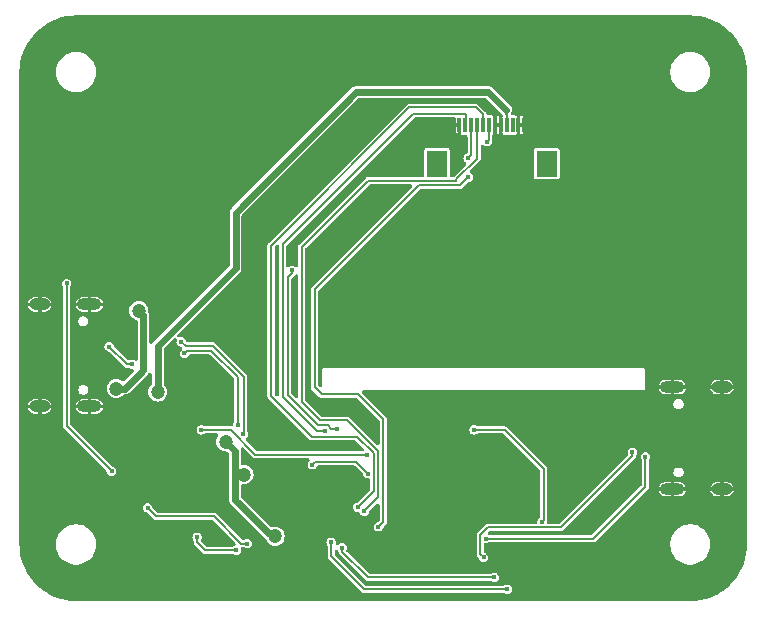
<source format=gbr>
%TF.GenerationSoftware,KiCad,Pcbnew,8.0.6*%
%TF.CreationDate,2025-04-14T23:16:26+09:00*%
%TF.ProjectId,PdSinkInspector,50645369-6e6b-4496-9e73-706563746f72,rev?*%
%TF.SameCoordinates,Original*%
%TF.FileFunction,Copper,L2,Bot*%
%TF.FilePolarity,Positive*%
%FSLAX46Y46*%
G04 Gerber Fmt 4.6, Leading zero omitted, Abs format (unit mm)*
G04 Created by KiCad (PCBNEW 8.0.6) date 2025-04-14 23:16:26*
%MOMM*%
%LPD*%
G01*
G04 APERTURE LIST*
%TA.AperFunction,ComponentPad*%
%ADD10O,2.100000X1.000000*%
%TD*%
%TA.AperFunction,ComponentPad*%
%ADD11O,1.800000X1.000000*%
%TD*%
%TA.AperFunction,SMDPad,CuDef*%
%ADD12R,0.300000X1.300000*%
%TD*%
%TA.AperFunction,SMDPad,CuDef*%
%ADD13R,1.800000X2.200000*%
%TD*%
%TA.AperFunction,ViaPad*%
%ADD14C,0.400000*%
%TD*%
%TA.AperFunction,ViaPad*%
%ADD15C,1.200000*%
%TD*%
%TA.AperFunction,Conductor*%
%ADD16C,0.200000*%
%TD*%
%TA.AperFunction,Conductor*%
%ADD17C,0.600000*%
%TD*%
G04 APERTURE END LIST*
D10*
%TO.P,J1,S1,SHIELD*%
%TO.N,GND*%
X155480000Y-101320000D03*
D11*
X159680000Y-101320000D03*
D10*
X155480000Y-92680000D03*
D11*
X159680000Y-92680000D03*
%TD*%
D10*
%TO.P,J3,S1,SHIELD*%
%TO.N,GND*%
X106125000Y-85680000D03*
D11*
X101925000Y-85680000D03*
D10*
X106125000Y-94320000D03*
D11*
X101925000Y-94320000D03*
%TD*%
D12*
%TO.P,J2,1,Pin_1*%
%TO.N,GND*%
X142950000Y-70500000D03*
%TO.P,J2,2,Pin_2*%
X142450000Y-70500000D03*
%TO.P,J2,3,Pin_3*%
%TO.N,Net-(J2-Pin_3)*%
X141950000Y-70500000D03*
%TO.P,J2,4,Pin_4*%
%TO.N,+3.3V*%
X141450000Y-70500000D03*
%TO.P,J2,5,Pin_5*%
%TO.N,GND*%
X140950000Y-70500000D03*
%TO.P,J2,6,Pin_6*%
X140450000Y-70500000D03*
%TO.P,J2,7,Pin_7*%
%TO.N,Data{slash}Command*%
X139950000Y-70500000D03*
%TO.P,J2,8,Pin_8*%
%TO.N,SPI_CS*%
X139450000Y-70500000D03*
%TO.P,J2,9,Pin_9*%
%TO.N,SPI_SCK*%
X138950000Y-70500000D03*
%TO.P,J2,10,Pin_10*%
%TO.N,MOSI*%
X138450000Y-70500000D03*
%TO.P,J2,11,Pin_11*%
%TO.N,LCD_RESET*%
X137950000Y-70500000D03*
%TO.P,J2,12,Pin_12*%
%TO.N,GND*%
X137450000Y-70500000D03*
D13*
%TO.P,J2,MP*%
%TO.N,N/C*%
X144850000Y-73750000D03*
X135550000Y-73750000D03*
%TD*%
D14*
%TO.N,GND*%
X128100000Y-88300000D03*
X131600000Y-101900000D03*
X125850000Y-101100000D03*
X117200000Y-65400000D03*
X136100000Y-93500000D03*
X104900000Y-93500000D03*
X160500000Y-84600000D03*
X114500000Y-101900000D03*
X126700000Y-109900000D03*
X161100000Y-78800000D03*
X151400000Y-81600000D03*
X114400000Y-99300000D03*
X149200000Y-89200000D03*
X105000000Y-95300000D03*
X106700000Y-76000000D03*
X144100000Y-71300000D03*
X133900000Y-70200000D03*
X145300000Y-80000000D03*
X138300000Y-105000000D03*
X133200000Y-110500000D03*
X161200000Y-69800000D03*
X145800000Y-75400000D03*
X153800000Y-100300000D03*
X136600000Y-79000000D03*
X132600000Y-98100000D03*
X152600000Y-100200000D03*
X134300000Y-76300000D03*
X151600000Y-99800000D03*
X115600000Y-68300000D03*
X139700000Y-107800000D03*
X137700000Y-76900000D03*
X101000000Y-79000000D03*
X157700000Y-97900000D03*
X120900000Y-90200000D03*
X117000000Y-92400000D03*
X110700000Y-100700000D03*
X110600000Y-94200000D03*
X123500000Y-93100000D03*
X155300000Y-72600000D03*
X137200000Y-89400000D03*
X134100000Y-100400000D03*
X136000000Y-109300000D03*
X138800000Y-94800000D03*
X129800000Y-93200000D03*
X114400000Y-95400000D03*
X156200000Y-70400000D03*
X116900000Y-91600000D03*
X132000000Y-76400000D03*
X100500000Y-75000000D03*
X126700000Y-77300000D03*
X101900000Y-97600000D03*
X130300000Y-83500000D03*
X137200000Y-94400000D03*
X127050000Y-100700000D03*
X131300000Y-64000000D03*
X131800000Y-97300000D03*
X138100000Y-90900000D03*
X111000000Y-107300000D03*
X130500000Y-86200000D03*
X136900000Y-72500000D03*
X123000000Y-70100000D03*
X132000000Y-80700000D03*
X104100000Y-100800000D03*
X111400000Y-95400000D03*
X129300000Y-77700000D03*
X120900000Y-86200000D03*
X113700000Y-91100000D03*
X133300000Y-83400000D03*
X147500000Y-83900000D03*
X153400000Y-79100000D03*
X119800000Y-92100000D03*
X112800000Y-79500000D03*
X160900000Y-106000000D03*
X137400000Y-101500000D03*
X134800000Y-64400000D03*
X144200000Y-72100000D03*
X149400000Y-76300000D03*
X137400000Y-83500000D03*
X144200000Y-81500000D03*
X109500000Y-80900000D03*
X147300000Y-64500000D03*
X161100000Y-100800000D03*
X130000000Y-105300000D03*
X142400000Y-109800000D03*
X148200000Y-82200000D03*
X101800000Y-89100000D03*
X153500000Y-76300000D03*
X119600000Y-102100000D03*
X141400000Y-85800000D03*
X118100000Y-107400000D03*
X128700000Y-95200000D03*
X153300000Y-106800000D03*
X141000000Y-80600000D03*
X143350000Y-106850000D03*
X121600000Y-94400000D03*
X150600000Y-63700000D03*
X139800000Y-97100000D03*
X132200000Y-89300000D03*
X140000000Y-83700000D03*
X147100000Y-87900000D03*
X134500000Y-105800000D03*
X120800000Y-85300000D03*
X120600000Y-95800000D03*
X160700000Y-95900000D03*
X147100000Y-77800000D03*
X134100000Y-74500000D03*
X133000000Y-75800000D03*
X112600000Y-108400000D03*
X113400000Y-82700000D03*
X134500000Y-85400000D03*
X139900000Y-109300000D03*
X136800000Y-71300000D03*
X125800000Y-90800000D03*
X132600000Y-68500000D03*
X149500000Y-93600000D03*
X147100000Y-96400000D03*
X124600000Y-87100000D03*
X112000000Y-82800000D03*
X114600000Y-98100000D03*
X114500000Y-91700000D03*
X100700000Y-71200000D03*
X137000000Y-73800000D03*
X127300000Y-99500000D03*
X130900000Y-73300000D03*
X112700000Y-91700000D03*
X116000000Y-110000000D03*
X151300000Y-110000000D03*
X139400000Y-68600000D03*
X152800000Y-97200000D03*
X143000000Y-97100000D03*
X103600000Y-93100000D03*
X115400000Y-80400000D03*
X109500000Y-98200000D03*
X121400000Y-78000000D03*
X104800000Y-86500000D03*
X131200000Y-77600000D03*
X126700000Y-85300000D03*
X122000000Y-88900000D03*
X139300000Y-87700000D03*
X139200000Y-62500000D03*
X135300000Y-94600000D03*
X105200000Y-91400000D03*
X141200000Y-95600000D03*
X101400000Y-66200000D03*
X154300000Y-87600000D03*
X158600000Y-93700000D03*
X133900000Y-93400000D03*
X113600000Y-66700000D03*
X108700000Y-104600000D03*
X153200000Y-86100000D03*
X145000000Y-94900000D03*
X158100000Y-89800000D03*
X140200000Y-93700000D03*
X108200000Y-79100000D03*
X125850000Y-99550000D03*
X130200000Y-81700000D03*
X153000000Y-104100000D03*
X148200000Y-67600000D03*
X118700000Y-104600000D03*
X152000000Y-96000000D03*
X151200000Y-97200000D03*
X107800000Y-98700000D03*
X105600000Y-74300000D03*
X147100000Y-109100000D03*
X112900000Y-95700000D03*
X147900000Y-101700000D03*
X157000000Y-96200000D03*
X156500000Y-78800000D03*
X110500000Y-82400000D03*
X141700000Y-107700000D03*
X125800000Y-83000000D03*
X128200000Y-100750000D03*
X120400000Y-97500000D03*
X112000000Y-87600000D03*
X135200000Y-110400000D03*
X142100000Y-72600000D03*
X123400000Y-90300000D03*
X121500000Y-79600000D03*
X145000000Y-93500000D03*
X150200000Y-99600000D03*
X129900000Y-88000000D03*
X147000000Y-106900000D03*
X103500000Y-73500000D03*
X133200000Y-108300000D03*
X144200000Y-68600000D03*
X147100000Y-102600000D03*
X140800000Y-101300000D03*
X152000000Y-69000000D03*
X117500000Y-94700000D03*
X151500000Y-88300000D03*
X155700000Y-90900000D03*
X103500000Y-85900000D03*
X144400000Y-86700000D03*
X127900000Y-84300000D03*
X145800000Y-83200000D03*
X150700000Y-108700000D03*
X103100000Y-84700000D03*
X112400000Y-86700000D03*
X105000000Y-82600000D03*
X157300000Y-100100000D03*
X152000000Y-101400000D03*
X157300000Y-76500000D03*
X145300000Y-109900000D03*
X142500000Y-77000000D03*
X100900000Y-91600000D03*
X142000000Y-78800000D03*
X115800000Y-104700000D03*
X123100000Y-82000000D03*
X143500000Y-107750000D03*
X122600000Y-64000000D03*
X142750000Y-107600000D03*
X139200000Y-66700000D03*
X127400000Y-80000000D03*
X100800000Y-87300000D03*
X139400000Y-103800000D03*
X138800000Y-100000000D03*
X141400000Y-67800000D03*
X151500000Y-79800000D03*
X130400000Y-97000000D03*
X131700000Y-107100000D03*
X129700000Y-79000000D03*
X104100000Y-76000000D03*
X128200000Y-101650000D03*
X119800000Y-95700000D03*
X126500000Y-108700000D03*
X136600000Y-70200000D03*
X138400000Y-107800000D03*
X126050000Y-101850000D03*
X111000000Y-110500000D03*
X144600000Y-96300000D03*
X141500000Y-101100000D03*
X145900000Y-85300000D03*
X110100000Y-106200000D03*
X133500000Y-73800000D03*
X158500000Y-70900000D03*
X142000000Y-83700000D03*
X101900000Y-95200000D03*
X140700000Y-71700000D03*
X141850000Y-106250000D03*
X130400000Y-74600000D03*
X121500000Y-110500000D03*
X147700000Y-98900000D03*
X148500000Y-110400000D03*
X150500000Y-90500000D03*
X160800000Y-66900000D03*
X130200000Y-64800000D03*
X113500000Y-94200000D03*
X161300000Y-97000000D03*
X106500000Y-109000000D03*
X114900000Y-104200000D03*
X131600000Y-79100000D03*
X137600000Y-108300000D03*
X103500000Y-87300000D03*
X138700000Y-95500000D03*
X143900000Y-84100000D03*
X110600000Y-99400000D03*
X126400000Y-74700000D03*
X115800000Y-101000000D03*
X151200000Y-66700000D03*
X123900000Y-96700000D03*
X129500000Y-101100000D03*
X132800000Y-96900000D03*
X155000000Y-76900000D03*
X134200000Y-81300000D03*
X114900000Y-108200000D03*
X151400000Y-98000000D03*
X115800000Y-70800000D03*
X126700000Y-99850000D03*
X136100000Y-100900000D03*
X113400000Y-74300000D03*
X107200000Y-103000000D03*
X110100000Y-96100000D03*
X132800000Y-87100000D03*
X130500000Y-108100000D03*
X122400000Y-108100000D03*
X154900000Y-102400000D03*
X115100000Y-63900000D03*
X132500000Y-71800000D03*
X138900000Y-81000000D03*
X160100000Y-87100000D03*
X125800000Y-87200000D03*
X154700000Y-71500000D03*
X125300000Y-81700000D03*
X103200000Y-98200000D03*
X143100000Y-80300000D03*
X144100000Y-100700000D03*
X140200000Y-104000000D03*
X112200000Y-98100000D03*
X118100000Y-95400000D03*
X114700000Y-76100000D03*
X128000000Y-99900000D03*
X153500000Y-62300000D03*
X112800000Y-70500000D03*
X152800000Y-102500000D03*
X138800000Y-65700000D03*
X139400000Y-78500000D03*
X100500000Y-95000000D03*
X115800000Y-86600000D03*
X112700000Y-63700000D03*
X127050000Y-102650000D03*
X137500000Y-73200000D03*
X139700000Y-64800000D03*
X126350000Y-103150000D03*
X146500000Y-70300000D03*
X139900000Y-76300000D03*
X124500000Y-73100000D03*
X141700000Y-82000000D03*
X148300000Y-100600000D03*
X119900000Y-89500000D03*
X161100000Y-91700000D03*
X124000000Y-66600000D03*
X100600000Y-100100000D03*
X119400000Y-78200000D03*
X120900000Y-88200000D03*
X135500000Y-87900000D03*
X126300000Y-89600000D03*
X139600000Y-72600000D03*
X120100000Y-84400000D03*
X134100000Y-107200000D03*
X145100000Y-90100000D03*
X153700000Y-80700000D03*
X108000000Y-95200000D03*
X112000000Y-103000000D03*
X153700000Y-109200000D03*
X114600000Y-105500000D03*
X124500000Y-108000000D03*
X114300000Y-88100000D03*
X111900000Y-96700000D03*
X131200000Y-75800000D03*
X114100000Y-96700000D03*
X128200000Y-86500000D03*
X106400000Y-78500000D03*
X115400000Y-87400000D03*
X149600000Y-95300000D03*
X112900000Y-101400000D03*
X105900000Y-110500000D03*
X107000000Y-95300000D03*
X133200000Y-104200000D03*
X102000000Y-102200000D03*
X115700000Y-88300000D03*
X160200000Y-98500000D03*
X115500000Y-84100000D03*
X143100000Y-74100000D03*
X122800000Y-69400000D03*
X112700000Y-106600000D03*
X108500000Y-99000000D03*
X105000000Y-84800000D03*
X103100000Y-109100000D03*
X124600000Y-103100000D03*
X160300000Y-75800000D03*
X161300000Y-82200000D03*
X127550000Y-101200000D03*
X108800000Y-96700000D03*
X140300000Y-88500000D03*
X119100000Y-67800000D03*
X136000000Y-95700000D03*
X134550000Y-99250000D03*
X141100000Y-73900000D03*
X119900000Y-80100000D03*
X142300000Y-69400000D03*
X125200000Y-105000000D03*
X105000000Y-97700000D03*
X153500000Y-66300000D03*
X129000000Y-82600000D03*
X149600000Y-85700000D03*
X116600000Y-80100000D03*
X111100000Y-92000000D03*
X145200000Y-66200000D03*
X155800000Y-74200000D03*
X111200000Y-102100000D03*
X132200000Y-103200000D03*
X109500000Y-94900000D03*
X129900000Y-106300000D03*
X127400000Y-65400000D03*
X131400000Y-109300000D03*
X116300000Y-87900000D03*
X105800000Y-101800000D03*
X147000000Y-90900000D03*
X127700000Y-72700000D03*
X152000000Y-77600000D03*
X121200000Y-66100000D03*
X155100000Y-89100000D03*
X128700000Y-105000000D03*
X107700000Y-82100000D03*
X143200000Y-69400000D03*
X116400000Y-91000000D03*
X117800000Y-77200000D03*
X119200000Y-90400000D03*
X129800000Y-71100000D03*
X110100000Y-69800000D03*
X146800000Y-95200000D03*
X131600000Y-99200000D03*
X131600000Y-104500000D03*
X108600000Y-73600000D03*
X107400000Y-84500000D03*
X141700000Y-107000000D03*
X130200000Y-78300000D03*
X108500000Y-62000000D03*
X134400000Y-62300000D03*
X114500000Y-90500000D03*
X116100000Y-82800000D03*
X133400000Y-71800000D03*
X115500000Y-78200000D03*
X121900000Y-107000000D03*
X125050000Y-102350000D03*
X149500000Y-107300000D03*
X127700000Y-90400000D03*
X135300000Y-84100000D03*
X148300000Y-104900000D03*
X114700000Y-93000000D03*
X157500000Y-62200000D03*
X134300000Y-78900000D03*
X123800000Y-77400000D03*
X104700000Y-99500000D03*
X150100000Y-103100000D03*
X110000000Y-78500000D03*
X133800000Y-98100000D03*
X143000000Y-71900000D03*
X107600000Y-67500000D03*
X101000000Y-69000000D03*
X132200000Y-82000000D03*
X143300000Y-64100000D03*
X122700000Y-95600000D03*
X159000000Y-73000000D03*
X112100000Y-68200000D03*
X135600000Y-108300000D03*
X107900000Y-100900000D03*
X133900000Y-94600000D03*
X148300000Y-95600000D03*
X147900000Y-77000000D03*
X119000000Y-110500000D03*
X113100000Y-104900000D03*
X120700000Y-83300000D03*
X150500000Y-80700000D03*
X160300000Y-103000000D03*
X142000000Y-66100000D03*
X111300000Y-85700000D03*
X141100000Y-100000000D03*
X137900000Y-100800000D03*
X149800000Y-83000000D03*
X119400000Y-86100000D03*
X138800000Y-101500000D03*
X140900000Y-90200000D03*
X120500000Y-74500000D03*
X127100000Y-105400000D03*
X120200000Y-108100000D03*
X158300000Y-80800000D03*
X128900000Y-79900000D03*
X150800000Y-93900000D03*
X138800000Y-74200000D03*
X150100000Y-65700000D03*
X153800000Y-97600000D03*
X127000000Y-101850000D03*
X101600000Y-106800000D03*
X161100000Y-93200000D03*
X161300000Y-72700000D03*
X116900000Y-87100000D03*
X124700000Y-85700000D03*
X131300000Y-106000000D03*
X103300000Y-95000000D03*
X141700000Y-63100000D03*
X145300000Y-103950000D03*
X152800000Y-95600000D03*
X129000000Y-107300000D03*
X130400000Y-90700000D03*
X108500000Y-102100000D03*
X157400000Y-101900000D03*
X132400000Y-74600000D03*
X110500000Y-73500000D03*
X156600000Y-87200000D03*
X107900000Y-86200000D03*
X146100000Y-102500000D03*
X148600000Y-80600000D03*
X111100000Y-105200000D03*
X151200000Y-104600000D03*
X149600000Y-106000000D03*
X119200000Y-83100000D03*
X119300000Y-71200000D03*
X142100000Y-98000000D03*
X114300000Y-100400000D03*
X125900000Y-105000000D03*
X142400000Y-88300000D03*
X157200000Y-80700000D03*
X136100000Y-103900000D03*
X131100000Y-66800000D03*
X111500000Y-99600000D03*
X108800000Y-93800000D03*
X131800000Y-93200000D03*
X150800000Y-101900000D03*
X157700000Y-109400000D03*
X115600000Y-102700000D03*
X150900000Y-78300000D03*
X151700000Y-75300000D03*
X105600000Y-88800000D03*
X149200000Y-104100000D03*
X138900000Y-102600000D03*
X147800000Y-78800000D03*
X120400000Y-81600000D03*
X100600000Y-81900000D03*
X151800000Y-93300000D03*
X104700000Y-79800000D03*
X153500000Y-93400000D03*
X106500000Y-70700000D03*
X125900000Y-100300000D03*
X109500000Y-108500000D03*
X130300000Y-109300000D03*
X134400000Y-101100000D03*
X124000000Y-107100000D03*
X135000000Y-71100000D03*
X159100000Y-77400000D03*
X146600000Y-81000000D03*
X115100000Y-106700000D03*
X103600000Y-82000000D03*
X129100000Y-106400000D03*
X126400000Y-81400000D03*
X128900000Y-68700000D03*
X109400000Y-83600000D03*
X146200000Y-97700000D03*
X150600000Y-68900000D03*
X131700000Y-72800000D03*
X124550000Y-101350000D03*
X112900000Y-100000000D03*
X112500000Y-77300000D03*
X125800000Y-63600000D03*
X100700000Y-105000000D03*
X143400000Y-100400000D03*
X149100000Y-71500000D03*
X153600000Y-82400000D03*
X118500000Y-70500000D03*
X141100000Y-110400000D03*
X112800000Y-90500000D03*
X152100000Y-84200000D03*
X136200000Y-106800000D03*
X137200000Y-105700000D03*
X157600000Y-73500000D03*
X150200000Y-74200000D03*
X128950000Y-100750000D03*
X145300000Y-101000000D03*
X103200000Y-78800000D03*
X145100000Y-108700000D03*
X100500000Y-78100000D03*
X143900000Y-70000000D03*
X154000000Y-74600000D03*
X111300000Y-62100000D03*
X136400000Y-86700000D03*
X100700000Y-84800000D03*
X150300000Y-101100000D03*
X141200000Y-97100000D03*
X152600000Y-63900000D03*
X128250000Y-103200000D03*
X156900000Y-84900000D03*
X135000000Y-100200000D03*
X140400000Y-69300000D03*
X148300000Y-97100000D03*
X147600000Y-73500000D03*
X128800000Y-101950000D03*
X142550000Y-106750000D03*
X132800000Y-106100000D03*
X113800000Y-103000000D03*
X136400000Y-100000000D03*
X142800000Y-75900000D03*
X131800000Y-84600000D03*
X118400000Y-103400000D03*
X126200000Y-68900000D03*
X103500000Y-90000000D03*
X142900000Y-95700000D03*
X122300000Y-75900000D03*
X142200000Y-94000000D03*
X129200000Y-110500000D03*
X147900000Y-94000000D03*
X154700000Y-69100000D03*
X111500000Y-80700000D03*
X125050000Y-99900000D03*
X130200000Y-95700000D03*
X159600000Y-64300000D03*
X152900000Y-72500000D03*
X134200000Y-72900000D03*
X146600000Y-62900000D03*
X130300000Y-70000000D03*
X113600000Y-85900000D03*
X123500000Y-80600000D03*
X150300000Y-98100000D03*
X124100000Y-110400000D03*
X153800000Y-96200000D03*
X136200000Y-80900000D03*
X105200000Y-62000000D03*
X145400000Y-106300000D03*
X117000000Y-85800000D03*
X133400000Y-77200000D03*
X119200000Y-88300000D03*
X138800000Y-86300000D03*
X131600000Y-95500000D03*
X109500000Y-75500000D03*
X113200000Y-104200000D03*
X125600000Y-106500000D03*
X158900000Y-83800000D03*
X109800000Y-65300000D03*
X117700000Y-82000000D03*
X156700000Y-82300000D03*
X101400000Y-63500000D03*
X127600000Y-108900000D03*
X127200000Y-71100000D03*
X111600000Y-101000000D03*
X125700000Y-72600000D03*
X124800000Y-83700000D03*
X159900000Y-72400000D03*
X122000000Y-93100000D03*
X112000000Y-104400000D03*
X115800000Y-94900000D03*
X122900000Y-104000000D03*
X133900000Y-90500000D03*
X128900000Y-78600000D03*
X107200000Y-107200000D03*
X144800000Y-77900000D03*
X134800000Y-66100000D03*
X102500000Y-91900000D03*
X116700000Y-74100000D03*
X138600000Y-106200000D03*
X151000000Y-71700000D03*
X121000000Y-106200000D03*
X136900000Y-68400000D03*
X143500000Y-101400000D03*
X143150000Y-106100000D03*
X120900000Y-92300000D03*
%TO.N,RESET*%
X129600000Y-98400000D03*
X115600000Y-96300000D03*
D15*
%TO.N,Net-(D2-A)*%
X110300000Y-86200000D03*
X108400000Y-92800000D03*
D14*
%TO.N,Net-(IC2-CC1)*%
X153200000Y-98600000D03*
X139700000Y-105500000D03*
%TO.N,Net-(IC2-CC2)*%
X152100000Y-98200000D03*
X139500000Y-107100000D03*
%TO.N,Net-(IC2-VBUS_DISCH)*%
X144452436Y-104062146D03*
X138700000Y-96300000D03*
D15*
%TO.N,+3.3V*%
X117654816Y-97320000D03*
X121850000Y-105320000D03*
X119218073Y-100081927D03*
X111900000Y-93100000D03*
D14*
%TO.N,+1V1*%
X125000000Y-99250000D03*
X129700000Y-100000000D03*
%TO.N,USB_D-*%
X109750000Y-90750000D03*
X107800000Y-89250000D03*
%TO.N,Net-(U1-USB_DP)*%
X113900000Y-88831250D03*
X119147335Y-96654442D03*
%TO.N,Net-(U1-USB_DM)*%
X118700000Y-95850000D03*
X114168750Y-89831250D03*
%TO.N,Net-(U1-QSPI_SS)*%
X115250000Y-105400000D03*
X118550000Y-106500000D03*
%TO.N,Net-(U1-QSPI_SD1)*%
X111050000Y-102900000D03*
X119472650Y-105922650D03*
%TO.N,BOOT*%
X108000000Y-99800000D03*
X104200000Y-83900000D03*
%TO.N,Net-(IC2-SCL)*%
X127520000Y-106300000D03*
X140400000Y-108800000D03*
%TO.N,Net-(IC2-SDA)*%
X126600000Y-105826700D03*
X141500000Y-109800000D03*
%TO.N,SPI_SCK*%
X129400000Y-103200000D03*
%TO.N,MOSI*%
X130600000Y-104500000D03*
X138200000Y-74900000D03*
X138200000Y-73300000D03*
%TO.N,SPI_CS*%
X128850000Y-102850000D03*
%TO.N,LCD_RESET*%
X126100000Y-96400000D03*
%TO.N,Data{slash}Command*%
X127100000Y-96200000D03*
X139800000Y-71900000D03*
X123300000Y-82800000D03*
%TD*%
D16*
%TO.N,RESET*%
X118085786Y-96300000D02*
X115600000Y-96300000D01*
X129600000Y-98400000D02*
X120185786Y-98400000D01*
X120185786Y-98400000D02*
X118085786Y-96300000D01*
D17*
%TO.N,Net-(D2-A)*%
X110700000Y-91250000D02*
X109150000Y-92800000D01*
X110700000Y-86600000D02*
X110700000Y-91250000D01*
X110300000Y-86200000D02*
X110700000Y-86600000D01*
X109150000Y-92800000D02*
X108400000Y-92800000D01*
D16*
%TO.N,Net-(IC2-CC1)*%
X153200000Y-98600000D02*
X153200000Y-101100000D01*
X153200000Y-101100000D02*
X148800000Y-105500000D01*
X148800000Y-105500000D02*
X139700000Y-105500000D01*
%TO.N,Net-(IC2-CC2)*%
X146037854Y-104562146D02*
X139837854Y-104562146D01*
X139200000Y-106800000D02*
X139500000Y-107100000D01*
X139200000Y-105200000D02*
X139200000Y-106800000D01*
X152100000Y-98200000D02*
X152100000Y-98500000D01*
X139837854Y-104562146D02*
X139200000Y-105200000D01*
X152100000Y-98500000D02*
X146037854Y-104562146D01*
%TO.N,Net-(IC2-VBUS_DISCH)*%
X144452436Y-104062146D02*
X144600000Y-103914582D01*
X141300000Y-96300000D02*
X138700000Y-96300000D01*
X144600000Y-103914582D02*
X144600000Y-99600000D01*
X144600000Y-99600000D02*
X141300000Y-96300000D01*
D17*
%TO.N,+3.3V*%
X118500000Y-77900000D02*
X128700000Y-67700000D01*
X119218073Y-100081927D02*
X119036146Y-99900000D01*
X111900000Y-89200000D02*
X118500000Y-82600000D01*
X117654816Y-97320000D02*
X118450000Y-98115184D01*
X118450000Y-98115184D02*
X118450000Y-99900000D01*
X118500000Y-82600000D02*
X118500000Y-77900000D01*
X118450000Y-102200000D02*
X121570000Y-105320000D01*
X111900000Y-93100000D02*
X111900000Y-89200000D01*
X118450000Y-99900000D02*
X118450000Y-102200000D01*
X139900000Y-67700000D02*
X141400000Y-69200000D01*
D16*
X141450000Y-70500000D02*
X141450000Y-69600000D01*
X141400000Y-69550000D02*
X141400000Y-69200000D01*
X141450000Y-69600000D02*
X141400000Y-69550000D01*
D17*
X119036146Y-99900000D02*
X118450000Y-99900000D01*
X121570000Y-105320000D02*
X121850000Y-105320000D01*
X128700000Y-67700000D02*
X139900000Y-67700000D01*
D16*
%TO.N,+1V1*%
X128700000Y-99000000D02*
X129700000Y-100000000D01*
X125250000Y-99000000D02*
X128700000Y-99000000D01*
X125000000Y-99250000D02*
X125250000Y-99000000D01*
%TO.N,USB_D-*%
X107800000Y-89250000D02*
X109300000Y-90750000D01*
X107850000Y-89250000D02*
X107800000Y-89250000D01*
X109300000Y-90750000D02*
X109750000Y-90750000D01*
%TO.N,Net-(U1-USB_DP)*%
X116600000Y-89200000D02*
X114268750Y-89200000D01*
X114268750Y-89200000D02*
X113900000Y-88831250D01*
X119200000Y-96601777D02*
X119200000Y-91800000D01*
X119147335Y-96654442D02*
X119200000Y-96601777D01*
X119200000Y-91800000D02*
X116600000Y-89200000D01*
%TO.N,Net-(U1-USB_DM)*%
X114400000Y-89600000D02*
X116434314Y-89600000D01*
X116434314Y-89600000D02*
X118700000Y-91865686D01*
X114168750Y-89831250D02*
X114400000Y-89600000D01*
X118700000Y-91865686D02*
X118700000Y-95850000D01*
%TO.N,Net-(U1-QSPI_SS)*%
X115250000Y-105800000D02*
X115250000Y-105400000D01*
X115950000Y-106500000D02*
X115250000Y-105800000D01*
X118550000Y-106500000D02*
X115950000Y-106500000D01*
%TO.N,Net-(U1-QSPI_SD1)*%
X111050000Y-102900000D02*
X111750000Y-103600000D01*
X111750000Y-103600000D02*
X116650000Y-103600000D01*
X116650000Y-103600000D02*
X118972650Y-105922650D01*
X118972650Y-105922650D02*
X119472650Y-105922650D01*
%TO.N,BOOT*%
X108000000Y-99800000D02*
X104200000Y-96000000D01*
X104200000Y-96000000D02*
X104200000Y-83900000D01*
%TO.N,Net-(IC2-SCL)*%
X140400000Y-108800000D02*
X129700000Y-108800000D01*
X127520000Y-106620000D02*
X127520000Y-106300000D01*
X129700000Y-108800000D02*
X127520000Y-106620000D01*
%TO.N,Net-(IC2-SDA)*%
X126600000Y-105826700D02*
X126600000Y-107000000D01*
X129400000Y-109800000D02*
X141500000Y-109800000D01*
X126600000Y-107000000D02*
X129400000Y-109800000D01*
%TO.N,SPI_SCK*%
X130600000Y-102000000D02*
X130600000Y-98127207D01*
X127972793Y-95500000D02*
X125631372Y-95500000D01*
X130600000Y-98127207D02*
X127972793Y-95500000D01*
X129700000Y-75200000D02*
X137200000Y-75200000D01*
X137200000Y-75200000D02*
X137200000Y-75092893D01*
X137200000Y-75092893D02*
X138950000Y-73342893D01*
X125631372Y-95500000D02*
X124100000Y-93968628D01*
X129400000Y-103200000D02*
X130600000Y-102000000D01*
X124100000Y-93968628D02*
X124100000Y-80800000D01*
X138950000Y-73342893D02*
X138950000Y-70500000D01*
X124100000Y-80800000D02*
X129700000Y-75200000D01*
%TO.N,MOSI*%
X134000000Y-75600000D02*
X137500000Y-75600000D01*
X128900000Y-93300000D02*
X125800000Y-93300000D01*
X125200000Y-92700000D02*
X125200000Y-84400000D01*
X138450000Y-73050000D02*
X138450000Y-70500000D01*
X137500000Y-75600000D02*
X138200000Y-74900000D01*
X125200000Y-84400000D02*
X134000000Y-75600000D01*
X130600000Y-104500000D02*
X131000000Y-104100000D01*
X138200000Y-73300000D02*
X138450000Y-73050000D01*
X125800000Y-93300000D02*
X125200000Y-92700000D01*
X131000000Y-95400000D02*
X128900000Y-93300000D01*
X131000000Y-104100000D02*
X131000000Y-95400000D01*
%TO.N,SPI_CS*%
X130200000Y-101500000D02*
X130200000Y-98292893D01*
X128807107Y-96900000D02*
X124992893Y-96900000D01*
X139450000Y-69600000D02*
X139450000Y-70500000D01*
X121500000Y-93407107D02*
X121500000Y-80700000D01*
X138850000Y-69000000D02*
X139450000Y-69600000D01*
X128850000Y-102850000D02*
X130200000Y-101500000D01*
X130200000Y-98292893D02*
X128807107Y-96900000D01*
X124992893Y-96900000D02*
X121500000Y-93407107D01*
X121500000Y-80700000D02*
X133200000Y-69000000D01*
X133200000Y-69000000D02*
X138850000Y-69000000D01*
%TO.N,LCD_RESET*%
X122500000Y-80700000D02*
X122500000Y-80550000D01*
X125400000Y-96400000D02*
X126100000Y-96400000D01*
X138000000Y-69600000D02*
X138000000Y-70450000D01*
X122500000Y-80550000D02*
X133500000Y-69550000D01*
X122500000Y-80700000D02*
X122500000Y-93500000D01*
X138000000Y-70450000D02*
X137950000Y-70500000D01*
X122500000Y-93500000D02*
X125400000Y-96400000D01*
X137950000Y-69550000D02*
X138000000Y-69600000D01*
X122500000Y-80600000D02*
X122500000Y-80700000D01*
X133500000Y-69550000D02*
X137950000Y-69550000D01*
%TO.N,Data{slash}Command*%
X123300000Y-83000000D02*
X123300000Y-82800000D01*
X139950000Y-71750000D02*
X139950000Y-70500000D01*
X122900000Y-93334314D02*
X122900000Y-83400000D01*
X122900000Y-83400000D02*
X123300000Y-83000000D01*
X126600000Y-96192893D02*
X126307107Y-95900000D01*
X139800000Y-71900000D02*
X139950000Y-71750000D01*
X127100000Y-96200000D02*
X126600000Y-96200000D01*
X126307107Y-95900000D02*
X125465686Y-95900000D01*
X125465686Y-95900000D02*
X122900000Y-93334314D01*
X126600000Y-96200000D02*
X126600000Y-96192893D01*
%TD*%
%TA.AperFunction,Conductor*%
%TO.N,GND*%
G36*
X133389311Y-75520462D02*
G01*
X133443849Y-75575000D01*
X133463811Y-75649500D01*
X133443849Y-75724000D01*
X133420170Y-75754859D01*
X124959540Y-84215488D01*
X124954237Y-84224674D01*
X124919979Y-84284011D01*
X124899500Y-84360438D01*
X124899500Y-92739562D01*
X124919979Y-92815989D01*
X124959540Y-92884511D01*
X125559540Y-93484511D01*
X125615489Y-93540460D01*
X125684011Y-93580021D01*
X125760438Y-93600500D01*
X125839562Y-93600500D01*
X128713811Y-93600500D01*
X128788311Y-93620462D01*
X128819170Y-93644141D01*
X130655859Y-95480830D01*
X130694423Y-95547625D01*
X130699500Y-95586189D01*
X130699500Y-97442018D01*
X130679538Y-97516518D01*
X130625000Y-97571056D01*
X130550500Y-97591018D01*
X130476000Y-97571056D01*
X130445141Y-97547377D01*
X128157304Y-95259540D01*
X128088782Y-95219979D01*
X128012355Y-95199500D01*
X125817561Y-95199500D01*
X125743061Y-95179538D01*
X125712202Y-95155859D01*
X124444141Y-93887798D01*
X124405577Y-93821003D01*
X124400500Y-93782439D01*
X124400500Y-80986189D01*
X124420462Y-80911689D01*
X124444141Y-80880830D01*
X129780830Y-75544141D01*
X129847625Y-75505577D01*
X129886189Y-75500500D01*
X133314811Y-75500500D01*
X133389311Y-75520462D01*
G37*
%TD.AperFunction*%
%TA.AperFunction,Conductor*%
G36*
X123755859Y-83179830D02*
G01*
X123794423Y-83246625D01*
X123799500Y-83285189D01*
X123799500Y-93449125D01*
X123779538Y-93523625D01*
X123725000Y-93578163D01*
X123650500Y-93598125D01*
X123576000Y-93578163D01*
X123545141Y-93554484D01*
X123244141Y-93253484D01*
X123205577Y-93186689D01*
X123200500Y-93148125D01*
X123200500Y-83586189D01*
X123220462Y-83511689D01*
X123244141Y-83480830D01*
X123545141Y-83179830D01*
X123611936Y-83141266D01*
X123689064Y-83141266D01*
X123755859Y-83179830D01*
G37*
%TD.AperFunction*%
%TA.AperFunction,Conductor*%
G36*
X122155859Y-80679830D02*
G01*
X122194423Y-80746625D01*
X122199500Y-80785189D01*
X122199500Y-93321918D01*
X122179538Y-93396418D01*
X122125000Y-93450956D01*
X122050500Y-93470918D01*
X121976000Y-93450956D01*
X121945141Y-93427277D01*
X121844141Y-93326277D01*
X121805577Y-93259482D01*
X121800500Y-93220918D01*
X121800500Y-80886189D01*
X121820462Y-80811689D01*
X121844141Y-80780830D01*
X121945141Y-80679830D01*
X122011936Y-80641266D01*
X122089064Y-80641266D01*
X122155859Y-80679830D01*
G37*
%TD.AperFunction*%
%TA.AperFunction,Conductor*%
G36*
X137125500Y-69870462D02*
G01*
X137180038Y-69925000D01*
X137200000Y-69999500D01*
X137200000Y-70350000D01*
X137450500Y-70350000D01*
X137525000Y-70369962D01*
X137579538Y-70424500D01*
X137599500Y-70499000D01*
X137599500Y-71171968D01*
X137600000Y-71182144D01*
X137600000Y-71249999D01*
X137618602Y-71268601D01*
X137623677Y-71269961D01*
X137654536Y-71293640D01*
X137655449Y-71294553D01*
X137721767Y-71338866D01*
X137721769Y-71338867D01*
X137780252Y-71350500D01*
X138000500Y-71350500D01*
X138075000Y-71370462D01*
X138129538Y-71425000D01*
X138149500Y-71499500D01*
X138149500Y-72784932D01*
X138129538Y-72859432D01*
X138075000Y-72913970D01*
X138068145Y-72917692D01*
X137961657Y-72971950D01*
X137871950Y-73061657D01*
X137814354Y-73174694D01*
X137794508Y-73300000D01*
X137814354Y-73425305D01*
X137871950Y-73538342D01*
X137961658Y-73628050D01*
X137963234Y-73628853D01*
X137965200Y-73630623D01*
X137971143Y-73634941D01*
X137970689Y-73635565D01*
X138020552Y-73680461D01*
X138044386Y-73753815D01*
X138028350Y-73829257D01*
X138000949Y-73866972D01*
X137015489Y-74852433D01*
X137012063Y-74855859D01*
X136945268Y-74894423D01*
X136906704Y-74899500D01*
X136799500Y-74899500D01*
X136725000Y-74879538D01*
X136670462Y-74825000D01*
X136650500Y-74750500D01*
X136650500Y-72630251D01*
X136638867Y-72571769D01*
X136594552Y-72505448D01*
X136528231Y-72461133D01*
X136528230Y-72461132D01*
X136469748Y-72449500D01*
X134630252Y-72449500D01*
X134571769Y-72461132D01*
X134505448Y-72505448D01*
X134461132Y-72571769D01*
X134449500Y-72630251D01*
X134449500Y-74750500D01*
X134429538Y-74825000D01*
X134375000Y-74879538D01*
X134300500Y-74899500D01*
X129660437Y-74899500D01*
X129584011Y-74919979D01*
X129515488Y-74959540D01*
X123859540Y-80615488D01*
X123819979Y-80684011D01*
X123799500Y-80760437D01*
X123799500Y-82373390D01*
X123779538Y-82447890D01*
X123725000Y-82502428D01*
X123650500Y-82522390D01*
X123576000Y-82502428D01*
X123545141Y-82478749D01*
X123538342Y-82471950D01*
X123425305Y-82414354D01*
X123300000Y-82394508D01*
X123174694Y-82414354D01*
X123061657Y-82471950D01*
X123054859Y-82478749D01*
X122988064Y-82517313D01*
X122910936Y-82517313D01*
X122844141Y-82478749D01*
X122805577Y-82411954D01*
X122800500Y-82373390D01*
X122800500Y-80736189D01*
X122820462Y-80661689D01*
X122844141Y-80630830D01*
X132315120Y-71159851D01*
X137200001Y-71159851D01*
X137205800Y-71189015D01*
X137205802Y-71189018D01*
X137227903Y-71222095D01*
X137227904Y-71222096D01*
X137260981Y-71244197D01*
X137290154Y-71249999D01*
X137299999Y-71249999D01*
X137300000Y-71249998D01*
X137300000Y-70650000D01*
X137200001Y-70650000D01*
X137200001Y-71159851D01*
X132315120Y-71159851D01*
X133580830Y-69894141D01*
X133647625Y-69855577D01*
X133686189Y-69850500D01*
X137051000Y-69850500D01*
X137125500Y-69870462D01*
G37*
%TD.AperFunction*%
%TA.AperFunction,Conductor*%
G36*
X157003252Y-61200642D02*
G01*
X157411812Y-61218480D01*
X157424748Y-61219612D01*
X157826977Y-61272566D01*
X157839768Y-61274821D01*
X158235861Y-61362633D01*
X158248388Y-61365989D01*
X158588966Y-61473373D01*
X158635322Y-61487989D01*
X158647537Y-61492435D01*
X159022345Y-61647686D01*
X159034122Y-61653177D01*
X159393985Y-61840510D01*
X159405238Y-61847007D01*
X159747392Y-62064984D01*
X159758039Y-62072439D01*
X160079907Y-62319416D01*
X160089849Y-62327760D01*
X160228842Y-62455122D01*
X160388962Y-62601846D01*
X160398153Y-62611037D01*
X160672233Y-62910142D01*
X160680589Y-62920100D01*
X160927560Y-63241960D01*
X160935015Y-63252607D01*
X161152992Y-63594761D01*
X161159492Y-63606019D01*
X161346820Y-63965874D01*
X161352313Y-63977654D01*
X161507564Y-64352462D01*
X161512010Y-64364677D01*
X161634005Y-64751594D01*
X161637369Y-64764150D01*
X161725177Y-65160228D01*
X161727434Y-65173029D01*
X161780386Y-65575244D01*
X161781519Y-65588192D01*
X161799358Y-65996746D01*
X161799500Y-66003246D01*
X161799500Y-105996753D01*
X161799358Y-106003251D01*
X161798533Y-106022134D01*
X161781519Y-106411807D01*
X161780386Y-106424755D01*
X161727434Y-106826970D01*
X161725177Y-106839771D01*
X161637369Y-107235849D01*
X161634005Y-107248405D01*
X161512010Y-107635322D01*
X161507564Y-107647537D01*
X161352313Y-108022345D01*
X161346820Y-108034125D01*
X161159492Y-108393980D01*
X161152992Y-108405238D01*
X160935015Y-108747392D01*
X160927560Y-108758039D01*
X160680589Y-109079899D01*
X160672233Y-109089857D01*
X160398153Y-109388962D01*
X160388962Y-109398153D01*
X160089857Y-109672233D01*
X160079899Y-109680589D01*
X159758039Y-109927560D01*
X159747392Y-109935015D01*
X159405238Y-110152992D01*
X159393980Y-110159492D01*
X159034125Y-110346820D01*
X159022345Y-110352313D01*
X158647537Y-110507564D01*
X158635322Y-110512010D01*
X158248405Y-110634005D01*
X158235849Y-110637369D01*
X157839771Y-110725177D01*
X157826970Y-110727434D01*
X157424755Y-110780386D01*
X157411807Y-110781519D01*
X157022134Y-110798533D01*
X157003251Y-110799358D01*
X156996753Y-110799500D01*
X105003247Y-110799500D01*
X104996748Y-110799358D01*
X104976618Y-110798479D01*
X104588192Y-110781519D01*
X104575244Y-110780386D01*
X104173029Y-110727434D01*
X104160228Y-110725177D01*
X103764150Y-110637369D01*
X103751594Y-110634005D01*
X103364677Y-110512010D01*
X103352462Y-110507564D01*
X102977654Y-110352313D01*
X102965874Y-110346820D01*
X102606019Y-110159492D01*
X102594761Y-110152992D01*
X102252607Y-109935015D01*
X102241960Y-109927560D01*
X101920100Y-109680589D01*
X101910148Y-109672238D01*
X101789470Y-109561657D01*
X101611037Y-109398153D01*
X101601846Y-109388962D01*
X101362763Y-109128049D01*
X101327760Y-109089849D01*
X101319416Y-109079907D01*
X101165682Y-108879556D01*
X101072439Y-108758039D01*
X101064984Y-108747392D01*
X100891971Y-108475817D01*
X100847004Y-108405233D01*
X100840507Y-108393980D01*
X100653179Y-108034125D01*
X100647686Y-108022345D01*
X100492435Y-107647537D01*
X100487989Y-107635322D01*
X100422636Y-107428049D01*
X100365989Y-107248388D01*
X100362633Y-107235861D01*
X100274821Y-106839768D01*
X100272565Y-106826970D01*
X100271708Y-106820462D01*
X100219612Y-106424748D01*
X100218480Y-106411806D01*
X100213598Y-106300000D01*
X100200642Y-106003252D01*
X100200500Y-105996753D01*
X100200500Y-105888537D01*
X103299500Y-105888537D01*
X103299500Y-106111462D01*
X103328593Y-106332447D01*
X103328596Y-106332464D01*
X103386288Y-106547777D01*
X103386288Y-106547778D01*
X103471598Y-106753733D01*
X103583049Y-106946770D01*
X103583051Y-106946773D01*
X103583052Y-106946774D01*
X103718753Y-107123624D01*
X103876376Y-107281247D01*
X104053226Y-107416948D01*
X104053229Y-107416950D01*
X104246266Y-107528401D01*
X104246269Y-107528402D01*
X104246274Y-107528405D01*
X104411030Y-107596649D01*
X104452221Y-107613711D01*
X104532876Y-107635322D01*
X104667537Y-107671404D01*
X104888543Y-107700500D01*
X105111457Y-107700500D01*
X105332463Y-107671404D01*
X105547777Y-107613711D01*
X105547778Y-107613711D01*
X105547779Y-107613710D01*
X105547781Y-107613710D01*
X105753726Y-107528405D01*
X105946774Y-107416948D01*
X106123624Y-107281247D01*
X106281247Y-107123624D01*
X106416948Y-106946774D01*
X106528405Y-106753726D01*
X106613710Y-106547781D01*
X106671404Y-106332463D01*
X106700500Y-106111457D01*
X106700500Y-105888543D01*
X106671404Y-105667537D01*
X106613710Y-105452219D01*
X106528405Y-105246274D01*
X106528402Y-105246269D01*
X106528401Y-105246266D01*
X106416950Y-105053229D01*
X106416948Y-105053226D01*
X106281247Y-104876376D01*
X106123624Y-104718753D01*
X105946774Y-104583052D01*
X105946773Y-104583051D01*
X105946770Y-104583049D01*
X105753733Y-104471598D01*
X105547778Y-104386288D01*
X105332464Y-104328596D01*
X105332447Y-104328593D01*
X105111462Y-104299500D01*
X105111457Y-104299500D01*
X104888543Y-104299500D01*
X104888537Y-104299500D01*
X104667552Y-104328593D01*
X104667535Y-104328596D01*
X104452222Y-104386288D01*
X104452221Y-104386288D01*
X104246266Y-104471598D01*
X104053229Y-104583049D01*
X103876374Y-104718754D01*
X103718754Y-104876374D01*
X103583049Y-105053229D01*
X103471598Y-105246266D01*
X103386288Y-105452221D01*
X103386288Y-105452222D01*
X103328596Y-105667535D01*
X103328593Y-105667552D01*
X103299500Y-105888537D01*
X100200500Y-105888537D01*
X100200500Y-102900000D01*
X110644508Y-102900000D01*
X110664354Y-103025305D01*
X110721950Y-103138342D01*
X110811658Y-103228050D01*
X110924696Y-103285646D01*
X110979038Y-103294252D01*
X111049497Y-103325623D01*
X111061088Y-103336059D01*
X111509540Y-103784511D01*
X111565489Y-103840460D01*
X111634011Y-103880021D01*
X111710438Y-103900500D01*
X116463811Y-103900500D01*
X116538311Y-103920462D01*
X116569170Y-103944141D01*
X118490279Y-105865250D01*
X118528843Y-105932045D01*
X118528843Y-106009173D01*
X118490279Y-106075968D01*
X118430970Y-106112314D01*
X118424702Y-106114350D01*
X118352040Y-106151374D01*
X118311658Y-106171950D01*
X118311657Y-106171950D01*
X118301210Y-106177274D01*
X118300467Y-106175817D01*
X118240901Y-106198684D01*
X118225326Y-106199500D01*
X116136189Y-106199500D01*
X116061689Y-106179538D01*
X116030830Y-106155859D01*
X115632746Y-105757775D01*
X115594182Y-105690980D01*
X115594182Y-105613852D01*
X115605346Y-105584770D01*
X115614387Y-105567026D01*
X115635646Y-105525304D01*
X115655492Y-105400000D01*
X115635646Y-105274696D01*
X115578050Y-105161658D01*
X115488342Y-105071950D01*
X115451600Y-105053229D01*
X115375305Y-105014354D01*
X115250000Y-104994508D01*
X115124694Y-105014354D01*
X115011657Y-105071950D01*
X114921950Y-105161657D01*
X114864354Y-105274694D01*
X114844508Y-105400000D01*
X114864354Y-105525305D01*
X114927274Y-105648790D01*
X114925817Y-105649532D01*
X114948684Y-105709099D01*
X114949500Y-105724674D01*
X114949500Y-105839562D01*
X114969978Y-105915988D01*
X114973825Y-105922651D01*
X114973827Y-105922653D01*
X114973827Y-105922654D01*
X115002288Y-105971951D01*
X115009540Y-105984511D01*
X115709540Y-106684511D01*
X115765489Y-106740460D01*
X115834011Y-106780021D01*
X115910438Y-106800500D01*
X118225326Y-106800500D01*
X118299826Y-106820462D01*
X118310965Y-106827696D01*
X118311656Y-106828048D01*
X118311658Y-106828050D01*
X118424696Y-106885646D01*
X118550000Y-106905492D01*
X118675304Y-106885646D01*
X118788342Y-106828050D01*
X118878050Y-106738342D01*
X118935646Y-106625304D01*
X118955492Y-106500000D01*
X118938934Y-106395456D01*
X118946997Y-106318753D01*
X118992331Y-106256355D01*
X119062792Y-106224984D01*
X119086100Y-106223150D01*
X119147976Y-106223150D01*
X119222476Y-106243112D01*
X119233615Y-106250346D01*
X119234306Y-106250698D01*
X119234308Y-106250700D01*
X119347346Y-106308296D01*
X119472650Y-106328142D01*
X119597954Y-106308296D01*
X119710992Y-106250700D01*
X119800700Y-106160992D01*
X119858296Y-106047954D01*
X119878142Y-105922650D01*
X119858296Y-105797346D01*
X119800700Y-105684308D01*
X119710992Y-105594600D01*
X119597955Y-105537004D01*
X119472650Y-105517158D01*
X119347344Y-105537004D01*
X119274861Y-105573937D01*
X119234308Y-105594600D01*
X119234307Y-105594600D01*
X119223860Y-105599924D01*
X119222202Y-105596670D01*
X119169777Y-105616769D01*
X119093604Y-105604670D01*
X119048908Y-105573937D01*
X116834511Y-103359540D01*
X116765989Y-103319979D01*
X116689562Y-103299500D01*
X111936189Y-103299500D01*
X111861689Y-103279538D01*
X111830830Y-103255859D01*
X111486059Y-102911088D01*
X111447495Y-102844293D01*
X111444254Y-102829047D01*
X111435646Y-102774696D01*
X111378050Y-102661658D01*
X111288342Y-102571950D01*
X111228120Y-102541265D01*
X111175305Y-102514354D01*
X111050000Y-102494508D01*
X110924694Y-102514354D01*
X110811657Y-102571950D01*
X110721950Y-102661657D01*
X110664354Y-102774694D01*
X110644508Y-102900000D01*
X100200500Y-102900000D01*
X100200500Y-94169999D01*
X100944027Y-94169999D01*
X100944027Y-94170000D01*
X101265192Y-94170000D01*
X101245444Y-94204204D01*
X101225000Y-94280504D01*
X101225000Y-94359496D01*
X101245444Y-94435796D01*
X101265192Y-94470000D01*
X100944027Y-94470000D01*
X100965890Y-94551596D01*
X101044874Y-94688398D01*
X101044879Y-94688405D01*
X101156594Y-94800120D01*
X101156601Y-94800125D01*
X101293402Y-94879108D01*
X101446007Y-94919999D01*
X101446009Y-94920000D01*
X101775000Y-94920000D01*
X101775000Y-94620000D01*
X102075000Y-94620000D01*
X102075000Y-94920000D01*
X102403991Y-94920000D01*
X102403992Y-94919999D01*
X102556597Y-94879108D01*
X102693398Y-94800125D01*
X102693405Y-94800120D01*
X102805120Y-94688405D01*
X102805125Y-94688398D01*
X102884109Y-94551596D01*
X102905973Y-94470000D01*
X102584808Y-94470000D01*
X102604556Y-94435796D01*
X102625000Y-94359496D01*
X102625000Y-94280504D01*
X102604556Y-94204204D01*
X102584808Y-94170000D01*
X102905973Y-94170000D01*
X102905972Y-94169999D01*
X102884109Y-94088403D01*
X102805125Y-93951601D01*
X102805120Y-93951594D01*
X102693405Y-93839879D01*
X102693398Y-93839874D01*
X102556597Y-93760891D01*
X102403991Y-93720000D01*
X102075000Y-93720000D01*
X102075000Y-94020000D01*
X101775000Y-94020000D01*
X101775000Y-93720000D01*
X101446009Y-93720000D01*
X101293402Y-93760891D01*
X101156601Y-93839874D01*
X101156594Y-93839879D01*
X101044879Y-93951594D01*
X101044874Y-93951601D01*
X100965890Y-94088403D01*
X100944027Y-94169999D01*
X100200500Y-94169999D01*
X100200500Y-85529999D01*
X100944027Y-85529999D01*
X100944027Y-85530000D01*
X101265192Y-85530000D01*
X101245444Y-85564204D01*
X101225000Y-85640504D01*
X101225000Y-85719496D01*
X101245444Y-85795796D01*
X101265192Y-85830000D01*
X100944027Y-85830000D01*
X100965890Y-85911596D01*
X101044874Y-86048398D01*
X101044879Y-86048405D01*
X101156594Y-86160120D01*
X101156601Y-86160125D01*
X101293402Y-86239108D01*
X101446007Y-86279999D01*
X101446009Y-86280000D01*
X101775000Y-86280000D01*
X101775000Y-85980000D01*
X102075000Y-85980000D01*
X102075000Y-86280000D01*
X102403991Y-86280000D01*
X102403992Y-86279999D01*
X102556597Y-86239108D01*
X102693398Y-86160125D01*
X102693405Y-86160120D01*
X102805120Y-86048405D01*
X102805125Y-86048398D01*
X102884109Y-85911596D01*
X102905973Y-85830000D01*
X102584808Y-85830000D01*
X102604556Y-85795796D01*
X102625000Y-85719496D01*
X102625000Y-85640504D01*
X102604556Y-85564204D01*
X102584808Y-85530000D01*
X102905973Y-85530000D01*
X102905972Y-85529999D01*
X102884109Y-85448403D01*
X102805125Y-85311601D01*
X102805120Y-85311594D01*
X102693405Y-85199879D01*
X102693398Y-85199874D01*
X102556597Y-85120891D01*
X102403991Y-85080000D01*
X102075000Y-85080000D01*
X102075000Y-85380000D01*
X101775000Y-85380000D01*
X101775000Y-85080000D01*
X101446009Y-85080000D01*
X101293402Y-85120891D01*
X101156601Y-85199874D01*
X101156594Y-85199879D01*
X101044879Y-85311594D01*
X101044874Y-85311601D01*
X100965890Y-85448403D01*
X100944027Y-85529999D01*
X100200500Y-85529999D01*
X100200500Y-83900000D01*
X103794508Y-83900000D01*
X103814354Y-84025305D01*
X103877274Y-84148790D01*
X103875817Y-84149532D01*
X103898684Y-84209099D01*
X103899500Y-84224674D01*
X103899500Y-96039562D01*
X103919979Y-96115990D01*
X103945123Y-96159541D01*
X103959536Y-96184506D01*
X103959540Y-96184511D01*
X107563940Y-99788911D01*
X107602504Y-99855706D01*
X107605746Y-99870960D01*
X107614353Y-99925301D01*
X107614353Y-99925303D01*
X107664206Y-100023144D01*
X107671950Y-100038342D01*
X107761658Y-100128050D01*
X107874696Y-100185646D01*
X108000000Y-100205492D01*
X108125304Y-100185646D01*
X108238342Y-100128050D01*
X108328050Y-100038342D01*
X108385646Y-99925304D01*
X108405492Y-99800000D01*
X108385646Y-99674696D01*
X108328050Y-99561658D01*
X108238342Y-99471950D01*
X108125304Y-99414354D01*
X108125303Y-99414353D01*
X108125302Y-99414353D01*
X108070960Y-99405746D01*
X108000500Y-99374375D01*
X107988911Y-99363940D01*
X104544141Y-95919170D01*
X104505577Y-95852375D01*
X104500500Y-95813811D01*
X104500500Y-94169999D01*
X104994027Y-94169999D01*
X104994027Y-94170000D01*
X105315192Y-94170000D01*
X105295444Y-94204204D01*
X105275000Y-94280504D01*
X105275000Y-94359496D01*
X105295444Y-94435796D01*
X105315192Y-94470000D01*
X104994027Y-94470000D01*
X105015890Y-94551596D01*
X105094874Y-94688398D01*
X105094879Y-94688405D01*
X105206594Y-94800120D01*
X105206601Y-94800125D01*
X105343402Y-94879108D01*
X105496007Y-94919999D01*
X105496009Y-94920000D01*
X105975000Y-94920000D01*
X105975000Y-94620000D01*
X106275000Y-94620000D01*
X106275000Y-94920000D01*
X106753991Y-94920000D01*
X106753992Y-94919999D01*
X106906597Y-94879108D01*
X107043398Y-94800125D01*
X107043405Y-94800120D01*
X107155120Y-94688405D01*
X107155125Y-94688398D01*
X107234109Y-94551596D01*
X107255973Y-94470000D01*
X106934808Y-94470000D01*
X106954556Y-94435796D01*
X106975000Y-94359496D01*
X106975000Y-94280504D01*
X106954556Y-94204204D01*
X106934808Y-94170000D01*
X107255973Y-94170000D01*
X107255972Y-94169999D01*
X107234109Y-94088403D01*
X107155125Y-93951601D01*
X107155120Y-93951594D01*
X107043405Y-93839879D01*
X107043398Y-93839874D01*
X106906597Y-93760891D01*
X106753991Y-93720000D01*
X106275000Y-93720000D01*
X106275000Y-94020000D01*
X105975000Y-94020000D01*
X105975000Y-93720000D01*
X105496009Y-93720000D01*
X105343402Y-93760891D01*
X105206601Y-93839874D01*
X105206594Y-93839879D01*
X105094879Y-93951594D01*
X105094874Y-93951601D01*
X105015890Y-94088403D01*
X104994027Y-94169999D01*
X104500500Y-94169999D01*
X104500500Y-92833980D01*
X105179500Y-92833980D01*
X105179500Y-92946019D01*
X105180701Y-92950500D01*
X105208497Y-93054237D01*
X105208498Y-93054238D01*
X105264512Y-93151259D01*
X105264513Y-93151260D01*
X105264515Y-93151263D01*
X105343737Y-93230485D01*
X105440763Y-93286503D01*
X105548982Y-93315500D01*
X105661018Y-93315500D01*
X105769237Y-93286503D01*
X105866263Y-93230485D01*
X105945485Y-93151263D01*
X106001503Y-93054237D01*
X106030500Y-92946018D01*
X106030500Y-92833982D01*
X106001503Y-92725763D01*
X105945485Y-92628737D01*
X105866263Y-92549515D01*
X105866260Y-92549513D01*
X105866259Y-92549512D01*
X105773217Y-92495795D01*
X105769237Y-92493497D01*
X105661018Y-92464500D01*
X105548982Y-92464500D01*
X105440763Y-92493497D01*
X105440761Y-92493497D01*
X105440761Y-92493498D01*
X105343740Y-92549512D01*
X105264512Y-92628740D01*
X105208498Y-92725761D01*
X105179500Y-92833980D01*
X104500500Y-92833980D01*
X104500500Y-89250000D01*
X107394508Y-89250000D01*
X107414354Y-89375305D01*
X107419045Y-89384511D01*
X107471950Y-89488342D01*
X107561658Y-89578050D01*
X107674696Y-89635646D01*
X107729038Y-89644252D01*
X107799497Y-89675623D01*
X107811088Y-89686059D01*
X109059540Y-90934511D01*
X109115489Y-90990460D01*
X109184011Y-91030021D01*
X109260438Y-91050500D01*
X109425326Y-91050500D01*
X109499826Y-91070462D01*
X109510965Y-91077696D01*
X109511656Y-91078048D01*
X109511658Y-91078050D01*
X109624696Y-91135646D01*
X109750000Y-91155492D01*
X109750001Y-91155491D01*
X109751828Y-91155781D01*
X109822288Y-91187152D01*
X109867623Y-91249550D01*
X109875686Y-91326255D01*
X109844315Y-91396715D01*
X109833879Y-91408306D01*
X109090523Y-92151662D01*
X109023728Y-92190226D01*
X108946600Y-92190226D01*
X108905891Y-92172465D01*
X108902263Y-92170185D01*
X108902262Y-92170184D01*
X108749522Y-92074211D01*
X108579255Y-92014632D01*
X108579254Y-92014631D01*
X108579253Y-92014631D01*
X108400001Y-91994435D01*
X108399999Y-91994435D01*
X108220747Y-92014631D01*
X108050477Y-92074211D01*
X107897738Y-92170184D01*
X107770184Y-92297738D01*
X107674211Y-92450477D01*
X107614631Y-92620747D01*
X107594435Y-92799998D01*
X107594435Y-92800001D01*
X107614631Y-92979252D01*
X107614631Y-92979254D01*
X107614632Y-92979255D01*
X107674211Y-93149522D01*
X107770184Y-93302262D01*
X107897738Y-93429816D01*
X108050478Y-93525789D01*
X108220745Y-93585368D01*
X108276216Y-93591618D01*
X108399999Y-93605565D01*
X108400000Y-93605565D01*
X108400001Y-93605565D01*
X108466032Y-93598125D01*
X108579255Y-93585368D01*
X108749522Y-93525789D01*
X108902262Y-93429816D01*
X108987937Y-93344141D01*
X109054732Y-93305577D01*
X109093296Y-93300500D01*
X109215892Y-93300500D01*
X109343186Y-93266392D01*
X109457314Y-93200500D01*
X111100500Y-91557314D01*
X111121463Y-91521004D01*
X111175999Y-91466469D01*
X111250498Y-91446506D01*
X111324999Y-91466467D01*
X111379537Y-91521005D01*
X111399500Y-91595504D01*
X111399500Y-92406704D01*
X111379538Y-92481204D01*
X111355859Y-92512063D01*
X111270184Y-92597738D01*
X111174211Y-92750477D01*
X111114631Y-92920747D01*
X111094435Y-93099998D01*
X111094435Y-93100001D01*
X111114631Y-93279252D01*
X111114631Y-93279254D01*
X111114632Y-93279255D01*
X111174211Y-93449522D01*
X111270184Y-93602262D01*
X111397738Y-93729816D01*
X111550478Y-93825789D01*
X111720745Y-93885368D01*
X111810372Y-93895466D01*
X111899999Y-93905565D01*
X111900000Y-93905565D01*
X111900001Y-93905565D01*
X111944813Y-93900515D01*
X112079255Y-93885368D01*
X112249522Y-93825789D01*
X112402262Y-93729816D01*
X112529816Y-93602262D01*
X112625789Y-93449522D01*
X112685368Y-93279255D01*
X112705565Y-93100000D01*
X112685368Y-92920745D01*
X112625789Y-92750478D01*
X112529816Y-92597738D01*
X112444141Y-92512063D01*
X112405577Y-92445268D01*
X112400500Y-92406704D01*
X112400500Y-89469032D01*
X112420462Y-89394532D01*
X112444141Y-89363673D01*
X112860579Y-88947235D01*
X113277653Y-88530160D01*
X113344446Y-88491598D01*
X113421574Y-88491598D01*
X113488369Y-88530162D01*
X113526933Y-88596957D01*
X113526933Y-88674085D01*
X113515772Y-88703162D01*
X113514355Y-88705943D01*
X113514354Y-88705944D01*
X113514354Y-88705946D01*
X113503331Y-88775543D01*
X113494508Y-88831250D01*
X113514354Y-88956555D01*
X113542431Y-89011658D01*
X113571950Y-89069592D01*
X113661658Y-89159300D01*
X113774696Y-89216896D01*
X113829038Y-89225502D01*
X113899497Y-89256873D01*
X113911088Y-89267309D01*
X113933334Y-89289555D01*
X113971898Y-89356350D01*
X113971898Y-89433478D01*
X113933334Y-89500272D01*
X113840703Y-89592903D01*
X113840701Y-89592906D01*
X113783104Y-89705944D01*
X113763258Y-89831250D01*
X113783104Y-89956555D01*
X113840700Y-90069592D01*
X113930408Y-90159300D01*
X114043446Y-90216896D01*
X114168750Y-90236742D01*
X114294054Y-90216896D01*
X114407092Y-90159300D01*
X114496800Y-90069592D01*
X114541505Y-89981853D01*
X114593113Y-89924538D01*
X114666466Y-89900704D01*
X114674264Y-89900500D01*
X116248125Y-89900500D01*
X116322625Y-89920462D01*
X116353484Y-89944141D01*
X118355859Y-91946516D01*
X118394423Y-92013311D01*
X118399500Y-92051875D01*
X118399500Y-95525325D01*
X118379538Y-95599825D01*
X118372304Y-95610963D01*
X118314354Y-95724694D01*
X118314354Y-95724696D01*
X118299187Y-95820462D01*
X118294508Y-95850003D01*
X118294508Y-95851868D01*
X118293785Y-95854563D01*
X118292674Y-95861583D01*
X118291936Y-95861466D01*
X118274546Y-95926368D01*
X118220008Y-95980906D01*
X118145508Y-96000868D01*
X118126065Y-95999594D01*
X118125351Y-95999500D01*
X118125348Y-95999500D01*
X115924674Y-95999500D01*
X115850174Y-95979538D01*
X115839034Y-95972303D01*
X115838342Y-95971950D01*
X115748883Y-95926368D01*
X115725305Y-95914354D01*
X115600000Y-95894508D01*
X115474694Y-95914354D01*
X115361657Y-95971950D01*
X115271950Y-96061657D01*
X115214354Y-96174694D01*
X115194508Y-96300000D01*
X115214354Y-96425305D01*
X115252668Y-96500500D01*
X115271950Y-96538342D01*
X115361658Y-96628050D01*
X115474696Y-96685646D01*
X115600000Y-96705492D01*
X115725304Y-96685646D01*
X115838342Y-96628050D01*
X115838342Y-96628049D01*
X115848790Y-96622726D01*
X115849532Y-96624182D01*
X115909099Y-96601316D01*
X115924674Y-96600500D01*
X116891904Y-96600500D01*
X116966404Y-96620462D01*
X117020942Y-96675000D01*
X117040904Y-96749500D01*
X117020942Y-96824000D01*
X117018066Y-96828773D01*
X116929027Y-96970477D01*
X116869447Y-97140747D01*
X116849251Y-97319998D01*
X116849251Y-97320001D01*
X116869447Y-97499252D01*
X116869447Y-97499254D01*
X116869448Y-97499255D01*
X116929027Y-97669522D01*
X117025000Y-97822262D01*
X117152554Y-97949816D01*
X117305294Y-98045789D01*
X117475561Y-98105368D01*
X117654816Y-98125565D01*
X117671363Y-98123700D01*
X117747628Y-98135194D01*
X117793406Y-98166404D01*
X117905859Y-98278857D01*
X117944423Y-98345652D01*
X117949500Y-98384216D01*
X117949500Y-99834108D01*
X117949500Y-102134108D01*
X117949500Y-102265892D01*
X117983608Y-102393186D01*
X118008623Y-102436514D01*
X118049497Y-102507310D01*
X118049498Y-102507311D01*
X118049500Y-102507314D01*
X119572755Y-104030568D01*
X121053066Y-105510879D01*
X121088345Y-105567026D01*
X121124209Y-105669520D01*
X121149079Y-105709099D01*
X121220184Y-105822262D01*
X121347738Y-105949816D01*
X121500478Y-106045789D01*
X121670745Y-106105368D01*
X121732393Y-106112314D01*
X121849999Y-106125565D01*
X121850000Y-106125565D01*
X121850001Y-106125565D01*
X121894813Y-106120515D01*
X122029255Y-106105368D01*
X122199522Y-106045789D01*
X122352262Y-105949816D01*
X122475378Y-105826700D01*
X126194508Y-105826700D01*
X126214354Y-105952005D01*
X126230917Y-105984511D01*
X126270225Y-106061657D01*
X126277274Y-106075490D01*
X126275817Y-106076232D01*
X126298684Y-106135799D01*
X126299500Y-106151374D01*
X126299500Y-107039562D01*
X126319979Y-107115989D01*
X126324388Y-107123625D01*
X126333590Y-107139563D01*
X126333590Y-107139564D01*
X126342909Y-107155706D01*
X126359540Y-107184511D01*
X129159540Y-109984511D01*
X129215489Y-110040460D01*
X129284011Y-110080021D01*
X129360438Y-110100500D01*
X129439562Y-110100500D01*
X141175326Y-110100500D01*
X141249826Y-110120462D01*
X141260965Y-110127696D01*
X141261656Y-110128048D01*
X141261658Y-110128050D01*
X141374696Y-110185646D01*
X141500000Y-110205492D01*
X141625304Y-110185646D01*
X141738342Y-110128050D01*
X141828050Y-110038342D01*
X141885646Y-109925304D01*
X141905492Y-109800000D01*
X141885646Y-109674696D01*
X141828050Y-109561658D01*
X141738342Y-109471950D01*
X141706762Y-109455859D01*
X141625305Y-109414354D01*
X141500000Y-109394508D01*
X141374694Y-109414354D01*
X141293238Y-109455859D01*
X141261658Y-109471950D01*
X141261657Y-109471950D01*
X141251210Y-109477274D01*
X141250467Y-109475817D01*
X141190901Y-109498684D01*
X141175326Y-109499500D01*
X140436931Y-109499500D01*
X140406729Y-109491407D01*
X140363069Y-109499500D01*
X129586189Y-109499500D01*
X129511689Y-109479538D01*
X129480830Y-109455859D01*
X126944141Y-106919170D01*
X126905577Y-106852375D01*
X126900500Y-106813811D01*
X126900500Y-106586968D01*
X126920462Y-106512468D01*
X126975000Y-106457930D01*
X127049500Y-106437968D01*
X127124000Y-106457930D01*
X127178538Y-106512468D01*
X127182260Y-106519324D01*
X127197274Y-106548791D01*
X127195817Y-106549532D01*
X127218684Y-106609099D01*
X127219500Y-106624674D01*
X127219500Y-106659562D01*
X127239979Y-106735990D01*
X127253575Y-106759540D01*
X127253576Y-106759540D01*
X127279538Y-106804509D01*
X127279540Y-106804511D01*
X129515489Y-109040460D01*
X129584012Y-109080022D01*
X129660438Y-109100500D01*
X129739562Y-109100500D01*
X140075326Y-109100500D01*
X140149826Y-109120462D01*
X140160965Y-109127696D01*
X140161656Y-109128048D01*
X140161658Y-109128050D01*
X140274696Y-109185646D01*
X140386379Y-109203334D01*
X140398447Y-109208707D01*
X140413619Y-109203334D01*
X140525304Y-109185646D01*
X140638342Y-109128050D01*
X140728050Y-109038342D01*
X140785646Y-108925304D01*
X140805492Y-108800000D01*
X140785646Y-108674696D01*
X140728050Y-108561658D01*
X140638342Y-108471950D01*
X140606762Y-108455859D01*
X140525305Y-108414354D01*
X140400000Y-108394508D01*
X140274694Y-108414354D01*
X140193238Y-108455859D01*
X140161658Y-108471950D01*
X140161657Y-108471950D01*
X140151210Y-108477274D01*
X140150467Y-108475817D01*
X140090901Y-108498684D01*
X140075326Y-108499500D01*
X129886189Y-108499500D01*
X129811689Y-108479538D01*
X129780830Y-108455859D01*
X127929749Y-106604778D01*
X127891185Y-106537983D01*
X127891185Y-106460855D01*
X127902348Y-106431775D01*
X127905646Y-106425304D01*
X127925492Y-106300000D01*
X127905646Y-106174696D01*
X127848050Y-106061658D01*
X127758342Y-105971950D01*
X127645305Y-105914354D01*
X127520000Y-105894508D01*
X127394694Y-105914354D01*
X127281656Y-105971951D01*
X127250445Y-106003162D01*
X127183649Y-106041725D01*
X127106521Y-106041724D01*
X127039727Y-106003160D01*
X127001164Y-105936364D01*
X126997922Y-105874494D01*
X127005492Y-105826700D01*
X126985646Y-105701396D01*
X126928050Y-105588358D01*
X126838342Y-105498650D01*
X126725305Y-105441054D01*
X126600000Y-105421208D01*
X126474694Y-105441054D01*
X126361657Y-105498650D01*
X126271950Y-105588357D01*
X126214354Y-105701394D01*
X126194508Y-105826700D01*
X122475378Y-105826700D01*
X122479816Y-105822262D01*
X122575789Y-105669522D01*
X122635368Y-105499255D01*
X122655565Y-105320000D01*
X122635368Y-105140745D01*
X122575789Y-104970478D01*
X122479816Y-104817738D01*
X122352262Y-104690184D01*
X122199522Y-104594211D01*
X122029255Y-104534632D01*
X122029254Y-104534631D01*
X122029253Y-104534631D01*
X121850001Y-104514435D01*
X121849999Y-104514435D01*
X121670744Y-104534632D01*
X121627030Y-104549928D01*
X121550117Y-104555691D01*
X121480628Y-104522225D01*
X121472461Y-104514648D01*
X120243459Y-103285646D01*
X118994141Y-102036327D01*
X118955577Y-101969532D01*
X118950500Y-101930968D01*
X118950500Y-101024074D01*
X118970462Y-100949574D01*
X119025000Y-100895036D01*
X119099500Y-100875074D01*
X119116166Y-100876010D01*
X119218073Y-100887492D01*
X119218074Y-100887492D01*
X119262886Y-100882442D01*
X119397328Y-100867295D01*
X119567595Y-100807716D01*
X119720335Y-100711743D01*
X119847889Y-100584189D01*
X119943862Y-100431449D01*
X120003441Y-100261182D01*
X120023638Y-100081927D01*
X120022402Y-100070960D01*
X120005991Y-99925303D01*
X120003441Y-99902672D01*
X119943862Y-99732405D01*
X119847889Y-99579665D01*
X119720335Y-99452111D01*
X119567595Y-99356138D01*
X119397328Y-99296559D01*
X119397327Y-99296558D01*
X119397326Y-99296558D01*
X119218074Y-99276362D01*
X119218072Y-99276362D01*
X119116183Y-99287842D01*
X119039916Y-99276347D01*
X118979615Y-99228258D01*
X118951437Y-99156462D01*
X118950500Y-99139779D01*
X118950500Y-98049292D01*
X118950499Y-98049290D01*
X118941138Y-98014354D01*
X118926195Y-97958583D01*
X118926195Y-97881458D01*
X118964759Y-97814663D01*
X119031553Y-97776098D01*
X119108681Y-97776098D01*
X119175476Y-97814662D01*
X119175477Y-97814662D01*
X119945326Y-98584511D01*
X120001275Y-98640460D01*
X120069797Y-98680021D01*
X120146224Y-98700500D01*
X120225348Y-98700500D01*
X124623390Y-98700500D01*
X124697890Y-98720462D01*
X124752428Y-98775000D01*
X124772390Y-98849500D01*
X124752428Y-98924000D01*
X124728749Y-98954859D01*
X124671950Y-99011657D01*
X124614354Y-99124694D01*
X124594508Y-99250000D01*
X124614354Y-99375305D01*
X124634251Y-99414354D01*
X124671950Y-99488342D01*
X124761658Y-99578050D01*
X124874696Y-99635646D01*
X125000000Y-99655492D01*
X125125304Y-99635646D01*
X125238342Y-99578050D01*
X125328050Y-99488342D01*
X125382308Y-99381854D01*
X125433917Y-99324538D01*
X125507271Y-99300704D01*
X125515068Y-99300500D01*
X128513811Y-99300500D01*
X128588311Y-99320462D01*
X128619170Y-99344141D01*
X129263940Y-99988911D01*
X129302504Y-100055706D01*
X129305746Y-100070960D01*
X129314353Y-100125301D01*
X129314353Y-100125303D01*
X129355212Y-100205492D01*
X129371950Y-100238342D01*
X129461658Y-100328050D01*
X129574696Y-100385646D01*
X129700000Y-100405492D01*
X129727191Y-100401185D01*
X129803894Y-100409245D01*
X129866293Y-100454579D01*
X129897665Y-100525038D01*
X129899500Y-100548350D01*
X129899500Y-101313810D01*
X129879538Y-101388310D01*
X129855859Y-101419169D01*
X128861087Y-102413940D01*
X128794292Y-102452504D01*
X128779038Y-102455746D01*
X128724697Y-102464353D01*
X128724692Y-102464354D01*
X128611658Y-102521949D01*
X128521950Y-102611657D01*
X128464354Y-102724694D01*
X128444508Y-102850000D01*
X128464354Y-102975305D01*
X128489830Y-103025304D01*
X128521950Y-103088342D01*
X128611658Y-103178050D01*
X128724696Y-103235646D01*
X128850000Y-103255492D01*
X128862241Y-103253553D01*
X128938947Y-103261614D01*
X129001345Y-103306948D01*
X129018311Y-103333072D01*
X129071949Y-103438341D01*
X129071950Y-103438342D01*
X129161658Y-103528050D01*
X129274696Y-103585646D01*
X129400000Y-103605492D01*
X129525304Y-103585646D01*
X129638342Y-103528050D01*
X129728050Y-103438342D01*
X129785646Y-103325304D01*
X129794253Y-103270958D01*
X129825623Y-103200501D01*
X129836049Y-103188920D01*
X130445142Y-102579828D01*
X130511936Y-102541265D01*
X130589064Y-102541265D01*
X130655859Y-102579829D01*
X130694423Y-102646624D01*
X130699500Y-102685188D01*
X130699500Y-103913811D01*
X130679538Y-103988311D01*
X130655860Y-104019168D01*
X130611087Y-104063940D01*
X130544294Y-104102504D01*
X130529039Y-104105746D01*
X130474697Y-104114353D01*
X130474692Y-104114354D01*
X130361658Y-104171949D01*
X130271950Y-104261657D01*
X130214354Y-104374694D01*
X130194508Y-104500000D01*
X130214354Y-104625305D01*
X130261969Y-104718753D01*
X130271950Y-104738342D01*
X130361658Y-104828050D01*
X130474696Y-104885646D01*
X130600000Y-104905492D01*
X130725304Y-104885646D01*
X130838342Y-104828050D01*
X130928050Y-104738342D01*
X130985646Y-104625304D01*
X130994253Y-104570958D01*
X131025623Y-104500501D01*
X131036048Y-104488921D01*
X131240460Y-104284511D01*
X131241927Y-104281968D01*
X131262315Y-104246658D01*
X131280020Y-104215990D01*
X131280021Y-104215989D01*
X131300500Y-104139562D01*
X131300500Y-96300000D01*
X138294508Y-96300000D01*
X138314354Y-96425305D01*
X138352668Y-96500500D01*
X138371950Y-96538342D01*
X138461658Y-96628050D01*
X138574696Y-96685646D01*
X138700000Y-96705492D01*
X138825304Y-96685646D01*
X138938342Y-96628050D01*
X138938342Y-96628049D01*
X138948790Y-96622726D01*
X138949532Y-96624182D01*
X139009099Y-96601316D01*
X139024674Y-96600500D01*
X141113811Y-96600500D01*
X141188311Y-96620462D01*
X141219170Y-96644141D01*
X144255859Y-99680830D01*
X144294423Y-99747625D01*
X144299500Y-99786189D01*
X144299500Y-103599272D01*
X144279538Y-103673772D01*
X144225000Y-103728310D01*
X144218147Y-103732031D01*
X144214093Y-103734096D01*
X144124386Y-103823803D01*
X144066790Y-103936840D01*
X144046944Y-104062146D01*
X144051251Y-104089338D01*
X144043188Y-104166044D01*
X143997853Y-104228441D01*
X143927393Y-104259812D01*
X143904085Y-104261646D01*
X139798289Y-104261646D01*
X139736855Y-104278107D01*
X139721866Y-104282124D01*
X139721865Y-104282124D01*
X139721863Y-104282125D01*
X139653346Y-104321683D01*
X139015489Y-104959540D01*
X138959540Y-105015488D01*
X138919979Y-105084011D01*
X138899500Y-105160437D01*
X138899500Y-106839562D01*
X138909137Y-106875529D01*
X138919979Y-106915989D01*
X138921816Y-106919170D01*
X138937754Y-106946775D01*
X138937754Y-106946776D01*
X138959539Y-106984510D01*
X139063940Y-107088911D01*
X139102504Y-107155706D01*
X139105746Y-107170960D01*
X139114353Y-107225301D01*
X139114353Y-107225303D01*
X139171950Y-107338342D01*
X139261658Y-107428050D01*
X139374696Y-107485646D01*
X139500000Y-107505492D01*
X139625304Y-107485646D01*
X139738342Y-107428050D01*
X139828050Y-107338342D01*
X139885646Y-107225304D01*
X139905492Y-107100000D01*
X139885646Y-106974696D01*
X139828050Y-106861658D01*
X139738342Y-106771950D01*
X139713986Y-106759540D01*
X139625303Y-106714353D01*
X139614153Y-106710731D01*
X139614606Y-106709336D01*
X139555730Y-106683123D01*
X139510396Y-106620725D01*
X139500500Y-106567329D01*
X139500500Y-106048350D01*
X139520462Y-105973850D01*
X139575000Y-105919312D01*
X139649500Y-105899350D01*
X139672800Y-105901184D01*
X139700000Y-105905492D01*
X139807051Y-105888537D01*
X155299500Y-105888537D01*
X155299500Y-106111462D01*
X155328593Y-106332447D01*
X155328596Y-106332464D01*
X155386288Y-106547777D01*
X155386288Y-106547778D01*
X155471598Y-106753733D01*
X155583049Y-106946770D01*
X155583051Y-106946773D01*
X155583052Y-106946774D01*
X155718753Y-107123624D01*
X155876376Y-107281247D01*
X156053226Y-107416948D01*
X156053229Y-107416950D01*
X156246266Y-107528401D01*
X156246269Y-107528402D01*
X156246274Y-107528405D01*
X156411030Y-107596649D01*
X156452221Y-107613711D01*
X156532876Y-107635322D01*
X156667537Y-107671404D01*
X156888543Y-107700500D01*
X157111457Y-107700500D01*
X157332463Y-107671404D01*
X157547777Y-107613711D01*
X157547778Y-107613711D01*
X157547779Y-107613710D01*
X157547781Y-107613710D01*
X157753726Y-107528405D01*
X157946774Y-107416948D01*
X158123624Y-107281247D01*
X158281247Y-107123624D01*
X158416948Y-106946774D01*
X158528405Y-106753726D01*
X158613710Y-106547781D01*
X158671404Y-106332463D01*
X158700500Y-106111457D01*
X158700500Y-105888543D01*
X158671404Y-105667537D01*
X158613710Y-105452219D01*
X158528405Y-105246274D01*
X158528402Y-105246269D01*
X158528401Y-105246266D01*
X158416950Y-105053229D01*
X158416948Y-105053226D01*
X158281247Y-104876376D01*
X158123624Y-104718753D01*
X157946774Y-104583052D01*
X157946773Y-104583051D01*
X157946770Y-104583049D01*
X157753733Y-104471598D01*
X157547778Y-104386288D01*
X157332464Y-104328596D01*
X157332447Y-104328593D01*
X157111462Y-104299500D01*
X157111457Y-104299500D01*
X156888543Y-104299500D01*
X156888537Y-104299500D01*
X156667552Y-104328593D01*
X156667535Y-104328596D01*
X156452222Y-104386288D01*
X156452221Y-104386288D01*
X156246266Y-104471598D01*
X156053229Y-104583049D01*
X155876374Y-104718754D01*
X155718754Y-104876374D01*
X155583049Y-105053229D01*
X155471598Y-105246266D01*
X155386288Y-105452221D01*
X155386288Y-105452222D01*
X155328596Y-105667535D01*
X155328593Y-105667552D01*
X155299500Y-105888537D01*
X139807051Y-105888537D01*
X139825304Y-105885646D01*
X139938342Y-105828050D01*
X139938342Y-105828049D01*
X139948790Y-105822726D01*
X139949532Y-105824182D01*
X140009099Y-105801316D01*
X140024674Y-105800500D01*
X148839557Y-105800500D01*
X148839562Y-105800500D01*
X148915989Y-105780021D01*
X148984511Y-105740460D01*
X149040460Y-105684511D01*
X153440460Y-101284511D01*
X153480022Y-101215988D01*
X153492345Y-101169999D01*
X154349027Y-101169999D01*
X154349027Y-101170000D01*
X154670192Y-101170000D01*
X154650444Y-101204204D01*
X154630000Y-101280504D01*
X154630000Y-101359496D01*
X154650444Y-101435796D01*
X154670192Y-101470000D01*
X154349027Y-101470000D01*
X154370890Y-101551596D01*
X154449874Y-101688398D01*
X154449879Y-101688405D01*
X154561594Y-101800120D01*
X154561601Y-101800125D01*
X154698402Y-101879108D01*
X154851007Y-101919999D01*
X154851009Y-101920000D01*
X155330000Y-101920000D01*
X155330000Y-101620000D01*
X155630000Y-101620000D01*
X155630000Y-101920000D01*
X156108991Y-101920000D01*
X156108992Y-101919999D01*
X156261597Y-101879108D01*
X156398398Y-101800125D01*
X156398405Y-101800120D01*
X156510120Y-101688405D01*
X156510125Y-101688398D01*
X156589109Y-101551596D01*
X156610973Y-101470000D01*
X156289808Y-101470000D01*
X156309556Y-101435796D01*
X156330000Y-101359496D01*
X156330000Y-101280504D01*
X156309556Y-101204204D01*
X156289808Y-101170000D01*
X156610973Y-101170000D01*
X156610972Y-101169999D01*
X158699027Y-101169999D01*
X158699027Y-101170000D01*
X159020192Y-101170000D01*
X159000444Y-101204204D01*
X158980000Y-101280504D01*
X158980000Y-101359496D01*
X159000444Y-101435796D01*
X159020192Y-101470000D01*
X158699027Y-101470000D01*
X158720890Y-101551596D01*
X158799874Y-101688398D01*
X158799879Y-101688405D01*
X158911594Y-101800120D01*
X158911601Y-101800125D01*
X159048402Y-101879108D01*
X159201007Y-101919999D01*
X159201009Y-101920000D01*
X159530000Y-101920000D01*
X159530000Y-101620000D01*
X159830000Y-101620000D01*
X159830000Y-101920000D01*
X160158991Y-101920000D01*
X160158992Y-101919999D01*
X160311597Y-101879108D01*
X160448398Y-101800125D01*
X160448405Y-101800120D01*
X160560120Y-101688405D01*
X160560125Y-101688398D01*
X160639109Y-101551596D01*
X160660973Y-101470000D01*
X160339808Y-101470000D01*
X160359556Y-101435796D01*
X160380000Y-101359496D01*
X160380000Y-101280504D01*
X160359556Y-101204204D01*
X160339808Y-101170000D01*
X160660973Y-101170000D01*
X160660972Y-101169999D01*
X160639109Y-101088403D01*
X160560125Y-100951601D01*
X160560120Y-100951594D01*
X160448405Y-100839879D01*
X160448398Y-100839874D01*
X160311597Y-100760891D01*
X160158991Y-100720000D01*
X159830000Y-100720000D01*
X159830000Y-101020000D01*
X159530000Y-101020000D01*
X159530000Y-100720000D01*
X159201009Y-100720000D01*
X159048402Y-100760891D01*
X158911601Y-100839874D01*
X158911594Y-100839879D01*
X158799879Y-100951594D01*
X158799874Y-100951601D01*
X158720890Y-101088403D01*
X158699027Y-101169999D01*
X156610972Y-101169999D01*
X156589109Y-101088403D01*
X156510125Y-100951601D01*
X156510120Y-100951594D01*
X156398405Y-100839879D01*
X156398398Y-100839874D01*
X156261597Y-100760891D01*
X156108991Y-100720000D01*
X155630000Y-100720000D01*
X155630000Y-101020000D01*
X155330000Y-101020000D01*
X155330000Y-100720000D01*
X154851009Y-100720000D01*
X154698402Y-100760891D01*
X154561601Y-100839874D01*
X154561594Y-100839879D01*
X154449879Y-100951594D01*
X154449874Y-100951601D01*
X154370890Y-101088403D01*
X154349027Y-101169999D01*
X153492345Y-101169999D01*
X153500500Y-101139562D01*
X153500500Y-101060438D01*
X153500500Y-99833980D01*
X155574500Y-99833980D01*
X155574500Y-99833982D01*
X155574500Y-99946018D01*
X155603497Y-100054237D01*
X155624763Y-100091072D01*
X155659512Y-100151259D01*
X155659513Y-100151260D01*
X155659515Y-100151263D01*
X155738737Y-100230485D01*
X155835763Y-100286503D01*
X155943982Y-100315500D01*
X156056018Y-100315500D01*
X156164237Y-100286503D01*
X156261263Y-100230485D01*
X156340485Y-100151263D01*
X156396503Y-100054237D01*
X156425500Y-99946018D01*
X156425500Y-99833982D01*
X156396503Y-99725763D01*
X156344474Y-99635646D01*
X156340487Y-99628740D01*
X156340486Y-99628739D01*
X156340485Y-99628737D01*
X156261263Y-99549515D01*
X156261260Y-99549513D01*
X156261259Y-99549512D01*
X156201072Y-99514763D01*
X156164237Y-99493497D01*
X156056018Y-99464500D01*
X155943982Y-99464500D01*
X155835763Y-99493497D01*
X155835761Y-99493497D01*
X155835761Y-99493498D01*
X155738740Y-99549512D01*
X155659512Y-99628740D01*
X155604243Y-99724471D01*
X155603497Y-99725763D01*
X155597639Y-99747625D01*
X155574500Y-99833980D01*
X153500500Y-99833980D01*
X153500500Y-98924674D01*
X153520462Y-98850174D01*
X153527696Y-98839034D01*
X153528047Y-98838344D01*
X153528050Y-98838342D01*
X153585646Y-98725304D01*
X153605492Y-98600000D01*
X153585646Y-98474696D01*
X153528050Y-98361658D01*
X153438342Y-98271950D01*
X153325305Y-98214354D01*
X153200000Y-98194508D01*
X153074694Y-98214354D01*
X152961657Y-98271950D01*
X152871950Y-98361657D01*
X152814354Y-98474694D01*
X152794508Y-98600000D01*
X152814354Y-98725305D01*
X152877274Y-98848790D01*
X152875817Y-98849532D01*
X152898684Y-98909099D01*
X152899500Y-98924674D01*
X152899500Y-100913811D01*
X152879538Y-100988311D01*
X152855859Y-101019170D01*
X148719170Y-105155859D01*
X148652375Y-105194423D01*
X148613811Y-105199500D01*
X140024674Y-105199500D01*
X139950174Y-105179538D01*
X139939028Y-105172299D01*
X139932053Y-105168745D01*
X139874737Y-105117135D01*
X139850905Y-105043781D01*
X139866943Y-104968339D01*
X139894342Y-104930628D01*
X139918686Y-104906285D01*
X139985482Y-104867722D01*
X140024043Y-104862646D01*
X146077411Y-104862646D01*
X146077416Y-104862646D01*
X146153843Y-104842167D01*
X146222365Y-104802606D01*
X146278314Y-104746657D01*
X152340460Y-98684511D01*
X152352154Y-98664256D01*
X152380021Y-98615989D01*
X152400500Y-98539562D01*
X152400500Y-98524674D01*
X152420462Y-98450174D01*
X152427696Y-98439034D01*
X152428047Y-98438344D01*
X152428050Y-98438342D01*
X152485646Y-98325304D01*
X152505492Y-98200000D01*
X152485646Y-98074696D01*
X152428050Y-97961658D01*
X152338342Y-97871950D01*
X152285727Y-97845141D01*
X152225305Y-97814354D01*
X152100000Y-97794508D01*
X151974694Y-97814354D01*
X151861657Y-97871950D01*
X151771950Y-97961657D01*
X151714354Y-98074694D01*
X151706297Y-98125564D01*
X151694508Y-98200000D01*
X151714354Y-98325304D01*
X151714354Y-98325305D01*
X151714355Y-98325307D01*
X151717978Y-98336458D01*
X151714925Y-98337449D01*
X151726933Y-98393999D01*
X151703084Y-98467347D01*
X151683498Y-98491529D01*
X145957024Y-104218005D01*
X145890229Y-104256569D01*
X145851665Y-104261646D01*
X145004685Y-104261646D01*
X144930185Y-104241684D01*
X144875647Y-104187146D01*
X144855685Y-104112646D01*
X144875646Y-104038147D01*
X144880021Y-104030571D01*
X144900500Y-103954144D01*
X144900500Y-99560438D01*
X144892350Y-99530021D01*
X144880022Y-99484012D01*
X144840460Y-99415489D01*
X141484511Y-96059540D01*
X141484510Y-96059539D01*
X141461297Y-96046137D01*
X141461297Y-96046136D01*
X141415990Y-96019979D01*
X141339562Y-95999500D01*
X139024674Y-95999500D01*
X138950174Y-95979538D01*
X138939034Y-95972303D01*
X138938342Y-95971950D01*
X138848883Y-95926368D01*
X138825305Y-95914354D01*
X138700000Y-95894508D01*
X138574694Y-95914354D01*
X138461657Y-95971950D01*
X138371950Y-96061657D01*
X138314354Y-96174694D01*
X138294508Y-96300000D01*
X131300500Y-96300000D01*
X131300500Y-95360438D01*
X131280021Y-95284011D01*
X131240460Y-95215489D01*
X131184511Y-95159540D01*
X130078951Y-94053980D01*
X155574500Y-94053980D01*
X155574500Y-94166019D01*
X155575567Y-94170000D01*
X155603497Y-94274237D01*
X155624763Y-94311072D01*
X155659512Y-94371259D01*
X155659513Y-94371260D01*
X155659515Y-94371263D01*
X155738737Y-94450485D01*
X155835763Y-94506503D01*
X155943982Y-94535500D01*
X156056018Y-94535500D01*
X156164237Y-94506503D01*
X156261263Y-94450485D01*
X156340485Y-94371263D01*
X156396503Y-94274237D01*
X156425500Y-94166018D01*
X156425500Y-94053982D01*
X156396503Y-93945763D01*
X156340485Y-93848737D01*
X156261263Y-93769515D01*
X156261260Y-93769513D01*
X156261259Y-93769512D01*
X156192502Y-93729816D01*
X156164237Y-93713497D01*
X156056018Y-93684500D01*
X155943982Y-93684500D01*
X155835763Y-93713497D01*
X155835761Y-93713497D01*
X155835761Y-93713498D01*
X155738740Y-93769512D01*
X155659512Y-93848740D01*
X155603498Y-93945761D01*
X155574500Y-94053980D01*
X130078951Y-94053980D01*
X129229827Y-93204856D01*
X129191265Y-93138064D01*
X129191265Y-93060936D01*
X129229829Y-92994141D01*
X129296624Y-92955577D01*
X129335188Y-92950500D01*
X153039881Y-92950500D01*
X153039882Y-92950500D01*
X153113574Y-92919976D01*
X153169976Y-92863574D01*
X153200500Y-92789882D01*
X153200500Y-92529999D01*
X154349027Y-92529999D01*
X154349027Y-92530000D01*
X154670192Y-92530000D01*
X154650444Y-92564204D01*
X154630000Y-92640504D01*
X154630000Y-92719496D01*
X154650444Y-92795796D01*
X154670192Y-92830000D01*
X154349027Y-92830000D01*
X154370890Y-92911596D01*
X154449874Y-93048398D01*
X154449879Y-93048405D01*
X154561594Y-93160120D01*
X154561601Y-93160125D01*
X154698402Y-93239108D01*
X154851007Y-93279999D01*
X154851009Y-93280000D01*
X155330000Y-93280000D01*
X155330000Y-92980000D01*
X155630000Y-92980000D01*
X155630000Y-93280000D01*
X156108991Y-93280000D01*
X156108992Y-93279999D01*
X156261597Y-93239108D01*
X156398398Y-93160125D01*
X156398405Y-93160120D01*
X156510120Y-93048405D01*
X156510125Y-93048398D01*
X156589109Y-92911596D01*
X156610973Y-92830000D01*
X156289808Y-92830000D01*
X156309556Y-92795796D01*
X156330000Y-92719496D01*
X156330000Y-92640504D01*
X156309556Y-92564204D01*
X156289808Y-92530000D01*
X156610973Y-92530000D01*
X156610972Y-92529999D01*
X158699027Y-92529999D01*
X158699027Y-92530000D01*
X159020192Y-92530000D01*
X159000444Y-92564204D01*
X158980000Y-92640504D01*
X158980000Y-92719496D01*
X159000444Y-92795796D01*
X159020192Y-92830000D01*
X158699027Y-92830000D01*
X158720890Y-92911596D01*
X158799874Y-93048398D01*
X158799879Y-93048405D01*
X158911594Y-93160120D01*
X158911601Y-93160125D01*
X159048402Y-93239108D01*
X159201007Y-93279999D01*
X159201009Y-93280000D01*
X159530000Y-93280000D01*
X159530000Y-92980000D01*
X159830000Y-92980000D01*
X159830000Y-93280000D01*
X160158991Y-93280000D01*
X160158992Y-93279999D01*
X160311597Y-93239108D01*
X160448398Y-93160125D01*
X160448405Y-93160120D01*
X160560120Y-93048405D01*
X160560125Y-93048398D01*
X160639109Y-92911596D01*
X160660973Y-92830000D01*
X160339808Y-92830000D01*
X160359556Y-92795796D01*
X160380000Y-92719496D01*
X160380000Y-92640504D01*
X160359556Y-92564204D01*
X160339808Y-92530000D01*
X160660973Y-92530000D01*
X160660972Y-92529999D01*
X160639109Y-92448403D01*
X160560125Y-92311601D01*
X160560120Y-92311594D01*
X160448405Y-92199879D01*
X160448398Y-92199874D01*
X160311597Y-92120891D01*
X160158991Y-92080000D01*
X159830000Y-92080000D01*
X159830000Y-92380000D01*
X159530000Y-92380000D01*
X159530000Y-92080000D01*
X159201009Y-92080000D01*
X159048402Y-92120891D01*
X158911601Y-92199874D01*
X158911594Y-92199879D01*
X158799879Y-92311594D01*
X158799874Y-92311601D01*
X158720890Y-92448403D01*
X158699027Y-92529999D01*
X156610972Y-92529999D01*
X156589109Y-92448403D01*
X156510125Y-92311601D01*
X156510120Y-92311594D01*
X156398405Y-92199879D01*
X156398398Y-92199874D01*
X156261597Y-92120891D01*
X156108991Y-92080000D01*
X155630000Y-92080000D01*
X155630000Y-92380000D01*
X155330000Y-92380000D01*
X155330000Y-92080000D01*
X154851009Y-92080000D01*
X154698402Y-92120891D01*
X154561601Y-92199874D01*
X154561594Y-92199879D01*
X154449879Y-92311594D01*
X154449874Y-92311601D01*
X154370890Y-92448403D01*
X154349027Y-92529999D01*
X153200500Y-92529999D01*
X153200500Y-91210118D01*
X153169976Y-91136426D01*
X153113574Y-91080024D01*
X153113573Y-91080023D01*
X153113571Y-91080022D01*
X153039883Y-91049500D01*
X153039882Y-91049500D01*
X126039882Y-91049500D01*
X125960118Y-91049500D01*
X125960116Y-91049500D01*
X125886428Y-91080022D01*
X125830022Y-91136428D01*
X125799500Y-91210116D01*
X125799500Y-92514811D01*
X125779538Y-92589311D01*
X125725000Y-92643849D01*
X125650500Y-92663811D01*
X125576000Y-92643849D01*
X125545141Y-92620170D01*
X125544141Y-92619170D01*
X125505577Y-92552375D01*
X125500500Y-92513811D01*
X125500500Y-84586189D01*
X125520462Y-84511689D01*
X125544141Y-84480830D01*
X134080830Y-75944141D01*
X134147625Y-75905577D01*
X134186189Y-75900500D01*
X137539557Y-75900500D01*
X137539562Y-75900500D01*
X137615989Y-75880021D01*
X137684511Y-75840460D01*
X137740460Y-75784511D01*
X138188912Y-75336057D01*
X138255705Y-75297495D01*
X138270946Y-75294255D01*
X138325304Y-75285646D01*
X138438342Y-75228050D01*
X138528050Y-75138342D01*
X138585646Y-75025304D01*
X138605492Y-74900000D01*
X138585646Y-74774696D01*
X138528050Y-74661658D01*
X138438342Y-74571950D01*
X138438341Y-74571949D01*
X138427346Y-74566347D01*
X138370029Y-74514738D01*
X138346196Y-74441385D01*
X138362233Y-74365942D01*
X138389629Y-74328233D01*
X139190460Y-73527404D01*
X139230022Y-73458881D01*
X139250500Y-73382455D01*
X139250500Y-73303331D01*
X139250500Y-72630251D01*
X143749500Y-72630251D01*
X143749500Y-74869748D01*
X143761132Y-74928230D01*
X143761133Y-74928231D01*
X143805448Y-74994552D01*
X143871769Y-75038867D01*
X143930252Y-75050500D01*
X145769748Y-75050500D01*
X145828231Y-75038867D01*
X145894552Y-74994552D01*
X145938867Y-74928231D01*
X145950500Y-74869748D01*
X145950500Y-72630252D01*
X145938867Y-72571769D01*
X145894552Y-72505448D01*
X145828231Y-72461133D01*
X145828230Y-72461132D01*
X145769748Y-72449500D01*
X143930252Y-72449500D01*
X143871769Y-72461132D01*
X143805448Y-72505448D01*
X143761132Y-72571769D01*
X143749500Y-72630251D01*
X139250500Y-72630251D01*
X139250500Y-72276610D01*
X139270462Y-72202110D01*
X139325000Y-72147572D01*
X139399500Y-72127610D01*
X139474000Y-72147572D01*
X139504859Y-72171251D01*
X139561658Y-72228050D01*
X139674696Y-72285646D01*
X139800000Y-72305492D01*
X139925304Y-72285646D01*
X140038342Y-72228050D01*
X140128050Y-72138342D01*
X140185646Y-72025304D01*
X140199322Y-71938951D01*
X140217448Y-71887765D01*
X140230021Y-71865989D01*
X140250500Y-71789562D01*
X140250500Y-71361217D01*
X140270462Y-71286717D01*
X140294136Y-71255863D01*
X140299999Y-71249999D01*
X140600000Y-71249999D01*
X140609852Y-71249999D01*
X140639009Y-71244200D01*
X140642974Y-71242558D01*
X140719442Y-71232488D01*
X140757024Y-71242558D01*
X140760983Y-71244198D01*
X140790154Y-71249999D01*
X140799999Y-71249999D01*
X140800000Y-71249998D01*
X140800000Y-70650000D01*
X140600000Y-70650000D01*
X140600000Y-71249999D01*
X140299999Y-71249999D01*
X140300000Y-71249998D01*
X140300000Y-71182144D01*
X140300500Y-71171968D01*
X140300500Y-70350000D01*
X140600000Y-70350000D01*
X140800000Y-70350000D01*
X140800000Y-69750000D01*
X140790147Y-69750001D01*
X140760980Y-69755801D01*
X140757015Y-69757444D01*
X140680547Y-69767510D01*
X140642979Y-69757443D01*
X140639016Y-69755801D01*
X140609849Y-69750000D01*
X140600000Y-69750000D01*
X140600000Y-70350000D01*
X140300500Y-70350000D01*
X140300500Y-69828028D01*
X140300000Y-69817857D01*
X140300000Y-69749999D01*
X140281396Y-69731397D01*
X140276328Y-69730040D01*
X140245457Y-69706354D01*
X140244554Y-69705451D01*
X140244552Y-69705448D01*
X140186102Y-69666392D01*
X140178230Y-69661132D01*
X140119748Y-69649500D01*
X139888695Y-69649500D01*
X139814195Y-69629538D01*
X139759657Y-69575000D01*
X139744774Y-69539068D01*
X139730021Y-69484011D01*
X139690460Y-69415489D01*
X139634511Y-69359540D01*
X139034511Y-68759540D01*
X138965989Y-68719979D01*
X138889562Y-68699500D01*
X133239562Y-68699500D01*
X133160438Y-68699500D01*
X133160435Y-68699500D01*
X133099001Y-68715961D01*
X133084012Y-68719978D01*
X133084011Y-68719978D01*
X133084009Y-68719979D01*
X133015492Y-68759537D01*
X121315489Y-80459540D01*
X121259540Y-80515488D01*
X121219979Y-80584011D01*
X121199500Y-80660437D01*
X121199500Y-93446669D01*
X121219979Y-93523098D01*
X121244973Y-93566388D01*
X121244974Y-93566389D01*
X121244976Y-93566392D01*
X121259540Y-93591618D01*
X124808382Y-97140460D01*
X124808384Y-97140461D01*
X124808385Y-97140462D01*
X124808879Y-97140747D01*
X124876905Y-97180022D01*
X124953331Y-97200500D01*
X125032455Y-97200500D01*
X128620918Y-97200500D01*
X128695418Y-97220462D01*
X128726277Y-97244141D01*
X129327277Y-97845141D01*
X129365841Y-97911936D01*
X129365841Y-97989064D01*
X129327277Y-98055859D01*
X129260482Y-98094423D01*
X129221918Y-98099500D01*
X120371975Y-98099500D01*
X120297475Y-98079538D01*
X120266616Y-98055859D01*
X119394822Y-97184065D01*
X119356258Y-97117270D01*
X119356258Y-97040142D01*
X119394822Y-96973347D01*
X119397692Y-96970477D01*
X119475385Y-96892784D01*
X119532981Y-96779746D01*
X119552827Y-96654442D01*
X119532981Y-96529138D01*
X119532427Y-96528050D01*
X119516740Y-96497262D01*
X119500500Y-96429618D01*
X119500500Y-91760442D01*
X119500500Y-91760438D01*
X119480021Y-91684011D01*
X119440460Y-91615489D01*
X119384511Y-91559540D01*
X116784511Y-88959540D01*
X116763203Y-88947238D01*
X116763200Y-88947236D01*
X116763199Y-88947235D01*
X116715991Y-88919979D01*
X116639562Y-88899500D01*
X114454939Y-88899500D01*
X114380439Y-88879538D01*
X114349580Y-88855859D01*
X114336059Y-88842338D01*
X114297495Y-88775543D01*
X114294254Y-88760297D01*
X114285646Y-88705946D01*
X114228050Y-88592908D01*
X114138342Y-88503200D01*
X114115572Y-88491598D01*
X114025305Y-88445604D01*
X113900000Y-88425758D01*
X113774696Y-88445604D01*
X113774694Y-88445604D01*
X113774693Y-88445605D01*
X113771912Y-88447022D01*
X113767342Y-88447993D01*
X113763542Y-88449228D01*
X113763412Y-88448828D01*
X113696468Y-88463056D01*
X113623116Y-88439219D01*
X113571509Y-88381901D01*
X113555475Y-88306457D01*
X113579312Y-88233105D01*
X113598907Y-88208906D01*
X118900500Y-82907314D01*
X118953515Y-82815489D01*
X118966392Y-82793186D01*
X119000500Y-82665892D01*
X119000500Y-78169032D01*
X119020462Y-78094532D01*
X119044141Y-78063673D01*
X128863673Y-68244141D01*
X128930468Y-68205577D01*
X128969032Y-68200500D01*
X139630968Y-68200500D01*
X139705468Y-68220462D01*
X139736327Y-68244141D01*
X141065734Y-69573548D01*
X141104298Y-69640343D01*
X141104298Y-69717471D01*
X141100000Y-69724915D01*
X141100000Y-69817857D01*
X141099500Y-69828028D01*
X141099500Y-71171968D01*
X141100000Y-71182144D01*
X141100000Y-71249999D01*
X141118602Y-71268601D01*
X141123677Y-71269961D01*
X141154536Y-71293640D01*
X141155449Y-71294553D01*
X141221767Y-71338866D01*
X141221769Y-71338867D01*
X141280252Y-71350500D01*
X141619744Y-71350500D01*
X141619748Y-71350500D01*
X141670936Y-71340318D01*
X141729064Y-71340318D01*
X141780252Y-71350500D01*
X141780256Y-71350500D01*
X142119748Y-71350500D01*
X142178231Y-71338867D01*
X142244552Y-71294552D01*
X142244556Y-71294545D01*
X142245463Y-71293640D01*
X142248806Y-71291709D01*
X142256754Y-71286399D01*
X142257101Y-71286919D01*
X142271254Y-71278748D01*
X142299999Y-71249999D01*
X142600000Y-71249999D01*
X142609852Y-71249999D01*
X142639009Y-71244200D01*
X142642974Y-71242558D01*
X142719442Y-71232488D01*
X142757024Y-71242558D01*
X142760983Y-71244198D01*
X142790154Y-71249999D01*
X142799999Y-71249999D01*
X143100000Y-71249999D01*
X143109852Y-71249999D01*
X143139015Y-71244199D01*
X143139018Y-71244197D01*
X143172095Y-71222096D01*
X143172096Y-71222095D01*
X143194197Y-71189017D01*
X143200000Y-71159849D01*
X143200000Y-70650000D01*
X143100000Y-70650000D01*
X143100000Y-71249999D01*
X142799999Y-71249999D01*
X142800000Y-71249998D01*
X142800000Y-70650000D01*
X142600000Y-70650000D01*
X142600000Y-71249999D01*
X142299999Y-71249999D01*
X142300000Y-71249998D01*
X142300000Y-71182144D01*
X142300500Y-71171968D01*
X142300500Y-70350000D01*
X142600000Y-70350000D01*
X142800000Y-70350000D01*
X143100000Y-70350000D01*
X143199999Y-70350000D01*
X143199999Y-69840148D01*
X143194199Y-69810984D01*
X143194197Y-69810981D01*
X143172096Y-69777904D01*
X143172095Y-69777903D01*
X143139017Y-69755802D01*
X143109849Y-69750000D01*
X143100000Y-69750000D01*
X143100000Y-70350000D01*
X142800000Y-70350000D01*
X142800000Y-69750000D01*
X142790147Y-69750001D01*
X142760980Y-69755801D01*
X142757015Y-69757444D01*
X142680547Y-69767510D01*
X142642979Y-69757443D01*
X142639016Y-69755801D01*
X142609849Y-69750000D01*
X142600000Y-69750000D01*
X142600000Y-70350000D01*
X142300500Y-70350000D01*
X142300500Y-69828028D01*
X142300000Y-69817857D01*
X142300000Y-69749999D01*
X142281396Y-69731397D01*
X142276328Y-69730040D01*
X142245457Y-69706354D01*
X142244554Y-69705451D01*
X142244552Y-69705448D01*
X142186102Y-69666392D01*
X142178230Y-69661132D01*
X142119748Y-69649500D01*
X141976484Y-69649500D01*
X141901984Y-69629538D01*
X141847446Y-69575000D01*
X141827484Y-69500500D01*
X141847446Y-69426000D01*
X141866392Y-69393186D01*
X141900500Y-69265892D01*
X141900500Y-69134107D01*
X141866392Y-69006814D01*
X141866390Y-69006811D01*
X141866390Y-69006809D01*
X141800503Y-68892691D01*
X141800500Y-68892687D01*
X141800499Y-68892685D01*
X140207314Y-67299500D01*
X140207311Y-67299498D01*
X140207310Y-67299497D01*
X140136514Y-67258623D01*
X140093186Y-67233608D01*
X139965892Y-67199500D01*
X128765892Y-67199500D01*
X128634107Y-67199500D01*
X128506810Y-67233609D01*
X128392689Y-67299497D01*
X128392686Y-67299500D01*
X128392685Y-67299501D01*
X118192686Y-77499500D01*
X118192685Y-77499499D01*
X118099502Y-77592683D01*
X118099497Y-77592689D01*
X118033609Y-77706812D01*
X117999500Y-77834106D01*
X117999500Y-82330968D01*
X117979538Y-82405468D01*
X117955859Y-82436327D01*
X111592686Y-88799500D01*
X111592685Y-88799499D01*
X111499502Y-88892683D01*
X111499497Y-88892689D01*
X111478538Y-88928993D01*
X111424000Y-88983531D01*
X111349500Y-89003493D01*
X111275000Y-88983531D01*
X111220462Y-88928993D01*
X111200500Y-88854493D01*
X111200500Y-86534108D01*
X111200499Y-86534106D01*
X111166392Y-86406814D01*
X111120513Y-86327350D01*
X111100552Y-86252852D01*
X111101488Y-86236181D01*
X111105565Y-86200000D01*
X111085368Y-86020745D01*
X111025789Y-85850478D01*
X110929816Y-85697738D01*
X110802262Y-85570184D01*
X110649522Y-85474211D01*
X110479255Y-85414632D01*
X110479254Y-85414631D01*
X110479253Y-85414631D01*
X110300001Y-85394435D01*
X110299999Y-85394435D01*
X110120747Y-85414631D01*
X109950477Y-85474211D01*
X109797738Y-85570184D01*
X109670184Y-85697738D01*
X109574211Y-85850477D01*
X109514631Y-86020747D01*
X109494435Y-86199998D01*
X109494435Y-86200001D01*
X109514631Y-86379252D01*
X109514631Y-86379254D01*
X109514632Y-86379255D01*
X109574211Y-86549522D01*
X109670184Y-86702262D01*
X109797738Y-86829816D01*
X109950478Y-86925789D01*
X110099713Y-86978008D01*
X110163437Y-87021455D01*
X110196902Y-87090944D01*
X110199500Y-87118646D01*
X110199500Y-90286394D01*
X110179538Y-90360894D01*
X110125000Y-90415432D01*
X110050500Y-90435394D01*
X109982855Y-90419154D01*
X109875305Y-90364354D01*
X109750000Y-90344508D01*
X109624696Y-90364354D01*
X109624694Y-90364354D01*
X109624692Y-90364355D01*
X109532104Y-90411531D01*
X109456661Y-90427567D01*
X109383308Y-90403733D01*
X109359101Y-90384130D01*
X108236059Y-89261088D01*
X108197495Y-89194293D01*
X108194254Y-89179047D01*
X108185646Y-89124696D01*
X108128050Y-89011658D01*
X108038342Y-88921950D01*
X107994282Y-88899500D01*
X107925305Y-88864354D01*
X107800000Y-88844508D01*
X107674694Y-88864354D01*
X107561657Y-88921950D01*
X107471950Y-89011657D01*
X107414354Y-89124694D01*
X107394508Y-89250000D01*
X104500500Y-89250000D01*
X104500500Y-87053980D01*
X105179500Y-87053980D01*
X105179500Y-87053982D01*
X105179500Y-87166018D01*
X105208497Y-87274237D01*
X105208498Y-87274238D01*
X105264512Y-87371259D01*
X105264513Y-87371260D01*
X105264515Y-87371263D01*
X105343737Y-87450485D01*
X105440763Y-87506503D01*
X105548982Y-87535500D01*
X105661018Y-87535500D01*
X105769237Y-87506503D01*
X105866263Y-87450485D01*
X105945485Y-87371263D01*
X106001503Y-87274237D01*
X106030500Y-87166018D01*
X106030500Y-87053982D01*
X106001503Y-86945763D01*
X105945485Y-86848737D01*
X105866263Y-86769515D01*
X105866260Y-86769513D01*
X105866259Y-86769512D01*
X105806072Y-86734763D01*
X105769237Y-86713497D01*
X105661018Y-86684500D01*
X105548982Y-86684500D01*
X105440763Y-86713497D01*
X105440761Y-86713497D01*
X105440761Y-86713498D01*
X105343740Y-86769512D01*
X105264512Y-86848740D01*
X105208498Y-86945761D01*
X105179500Y-87053980D01*
X104500500Y-87053980D01*
X104500500Y-85529999D01*
X104994027Y-85529999D01*
X104994027Y-85530000D01*
X105315192Y-85530000D01*
X105295444Y-85564204D01*
X105275000Y-85640504D01*
X105275000Y-85719496D01*
X105295444Y-85795796D01*
X105315192Y-85830000D01*
X104994027Y-85830000D01*
X105015890Y-85911596D01*
X105094874Y-86048398D01*
X105094879Y-86048405D01*
X105206594Y-86160120D01*
X105206601Y-86160125D01*
X105343402Y-86239108D01*
X105496007Y-86279999D01*
X105496009Y-86280000D01*
X105975000Y-86280000D01*
X105975000Y-85980000D01*
X106275000Y-85980000D01*
X106275000Y-86280000D01*
X106753991Y-86280000D01*
X106753992Y-86279999D01*
X106906597Y-86239108D01*
X107043398Y-86160125D01*
X107043405Y-86160120D01*
X107155120Y-86048405D01*
X107155125Y-86048398D01*
X107234109Y-85911596D01*
X107255973Y-85830000D01*
X106934808Y-85830000D01*
X106954556Y-85795796D01*
X106975000Y-85719496D01*
X106975000Y-85640504D01*
X106954556Y-85564204D01*
X106934808Y-85530000D01*
X107255973Y-85530000D01*
X107255972Y-85529999D01*
X107234109Y-85448403D01*
X107155125Y-85311601D01*
X107155120Y-85311594D01*
X107043405Y-85199879D01*
X107043398Y-85199874D01*
X106906597Y-85120891D01*
X106753991Y-85080000D01*
X106275000Y-85080000D01*
X106275000Y-85380000D01*
X105975000Y-85380000D01*
X105975000Y-85080000D01*
X105496009Y-85080000D01*
X105343402Y-85120891D01*
X105206601Y-85199874D01*
X105206594Y-85199879D01*
X105094879Y-85311594D01*
X105094874Y-85311601D01*
X105015890Y-85448403D01*
X104994027Y-85529999D01*
X104500500Y-85529999D01*
X104500500Y-84224674D01*
X104520462Y-84150174D01*
X104527696Y-84139034D01*
X104528047Y-84138344D01*
X104528050Y-84138342D01*
X104585646Y-84025304D01*
X104605492Y-83900000D01*
X104585646Y-83774696D01*
X104528050Y-83661658D01*
X104438342Y-83571950D01*
X104345160Y-83524471D01*
X104325305Y-83514354D01*
X104200000Y-83494508D01*
X104074694Y-83514354D01*
X103961657Y-83571950D01*
X103871950Y-83661657D01*
X103814354Y-83774694D01*
X103794508Y-83900000D01*
X100200500Y-83900000D01*
X100200500Y-66003246D01*
X100200642Y-65996747D01*
X100205367Y-65888537D01*
X103299500Y-65888537D01*
X103299500Y-66111462D01*
X103328593Y-66332447D01*
X103328596Y-66332464D01*
X103386288Y-66547777D01*
X103386288Y-66547778D01*
X103471598Y-66753733D01*
X103583049Y-66946770D01*
X103583051Y-66946773D01*
X103583052Y-66946774D01*
X103718753Y-67123624D01*
X103876376Y-67281247D01*
X104053226Y-67416948D01*
X104053229Y-67416950D01*
X104246266Y-67528401D01*
X104246269Y-67528402D01*
X104246274Y-67528405D01*
X104411030Y-67596649D01*
X104452221Y-67613711D01*
X104559878Y-67642557D01*
X104667537Y-67671404D01*
X104888543Y-67700500D01*
X105111457Y-67700500D01*
X105332463Y-67671404D01*
X105547777Y-67613711D01*
X105547778Y-67613711D01*
X105547779Y-67613710D01*
X105547781Y-67613710D01*
X105753726Y-67528405D01*
X105946774Y-67416948D01*
X106123624Y-67281247D01*
X106281247Y-67123624D01*
X106416948Y-66946774D01*
X106528405Y-66753726D01*
X106613710Y-66547781D01*
X106671404Y-66332463D01*
X106700500Y-66111457D01*
X106700500Y-65888543D01*
X106700499Y-65888537D01*
X155299500Y-65888537D01*
X155299500Y-66111462D01*
X155328593Y-66332447D01*
X155328596Y-66332464D01*
X155386288Y-66547777D01*
X155386288Y-66547778D01*
X155471598Y-66753733D01*
X155583049Y-66946770D01*
X155583051Y-66946773D01*
X155583052Y-66946774D01*
X155718753Y-67123624D01*
X155876376Y-67281247D01*
X156053226Y-67416948D01*
X156053229Y-67416950D01*
X156246266Y-67528401D01*
X156246269Y-67528402D01*
X156246274Y-67528405D01*
X156411030Y-67596649D01*
X156452221Y-67613711D01*
X156559878Y-67642557D01*
X156667537Y-67671404D01*
X156888543Y-67700500D01*
X157111457Y-67700500D01*
X157332463Y-67671404D01*
X157547777Y-67613711D01*
X157547778Y-67613711D01*
X157547779Y-67613710D01*
X157547781Y-67613710D01*
X157753726Y-67528405D01*
X157946774Y-67416948D01*
X158123624Y-67281247D01*
X158281247Y-67123624D01*
X158416948Y-66946774D01*
X158528405Y-66753726D01*
X158613710Y-66547781D01*
X158671404Y-66332463D01*
X158700500Y-66111457D01*
X158700500Y-65888543D01*
X158671404Y-65667537D01*
X158613710Y-65452219D01*
X158528405Y-65246274D01*
X158528402Y-65246269D01*
X158528401Y-65246266D01*
X158416950Y-65053229D01*
X158281245Y-64876374D01*
X158123625Y-64718754D01*
X157946770Y-64583049D01*
X157753733Y-64471598D01*
X157547778Y-64386288D01*
X157332464Y-64328596D01*
X157332447Y-64328593D01*
X157111462Y-64299500D01*
X157111457Y-64299500D01*
X156888543Y-64299500D01*
X156888537Y-64299500D01*
X156667552Y-64328593D01*
X156667535Y-64328596D01*
X156452222Y-64386288D01*
X156452221Y-64386288D01*
X156246266Y-64471598D01*
X156053229Y-64583049D01*
X155876374Y-64718754D01*
X155718754Y-64876374D01*
X155583049Y-65053229D01*
X155471598Y-65246266D01*
X155386288Y-65452221D01*
X155386288Y-65452222D01*
X155328596Y-65667535D01*
X155328593Y-65667552D01*
X155299500Y-65888537D01*
X106700499Y-65888537D01*
X106671404Y-65667537D01*
X106613710Y-65452219D01*
X106528405Y-65246274D01*
X106528402Y-65246269D01*
X106528401Y-65246266D01*
X106416950Y-65053229D01*
X106281245Y-64876374D01*
X106123625Y-64718754D01*
X105946770Y-64583049D01*
X105753733Y-64471598D01*
X105547778Y-64386288D01*
X105332464Y-64328596D01*
X105332447Y-64328593D01*
X105111462Y-64299500D01*
X105111457Y-64299500D01*
X104888543Y-64299500D01*
X104888537Y-64299500D01*
X104667552Y-64328593D01*
X104667535Y-64328596D01*
X104452222Y-64386288D01*
X104452221Y-64386288D01*
X104246266Y-64471598D01*
X104053229Y-64583049D01*
X103876374Y-64718754D01*
X103718754Y-64876374D01*
X103583049Y-65053229D01*
X103471598Y-65246266D01*
X103386288Y-65452221D01*
X103386288Y-65452222D01*
X103328596Y-65667535D01*
X103328593Y-65667552D01*
X103299500Y-65888537D01*
X100205367Y-65888537D01*
X100218480Y-65588193D01*
X100219613Y-65575244D01*
X100235809Y-65452222D01*
X100272566Y-65173018D01*
X100274822Y-65160228D01*
X100325449Y-64931865D01*
X100362634Y-64764132D01*
X100365987Y-64751617D01*
X100487990Y-64364672D01*
X100492435Y-64352462D01*
X100593711Y-64107961D01*
X100647691Y-63977643D01*
X100653173Y-63965886D01*
X100840515Y-63606003D01*
X100846998Y-63594775D01*
X101064988Y-63252600D01*
X101072439Y-63241960D01*
X101319425Y-62920081D01*
X101327750Y-62910160D01*
X101601849Y-62611033D01*
X101611037Y-62601846D01*
X101910160Y-62327750D01*
X101920081Y-62319425D01*
X102241966Y-62072434D01*
X102252600Y-62064988D01*
X102594775Y-61846998D01*
X102606003Y-61840515D01*
X102965886Y-61653173D01*
X102977643Y-61647691D01*
X103352467Y-61492433D01*
X103364672Y-61487990D01*
X103751617Y-61365987D01*
X103764132Y-61362634D01*
X104160235Y-61274820D01*
X104173018Y-61272566D01*
X104575253Y-61219612D01*
X104588185Y-61218480D01*
X104996748Y-61200642D01*
X105003247Y-61200500D01*
X105039882Y-61200500D01*
X156960118Y-61200500D01*
X156996753Y-61200500D01*
X157003252Y-61200642D01*
G37*
%TD.AperFunction*%
%TD*%
M02*

</source>
